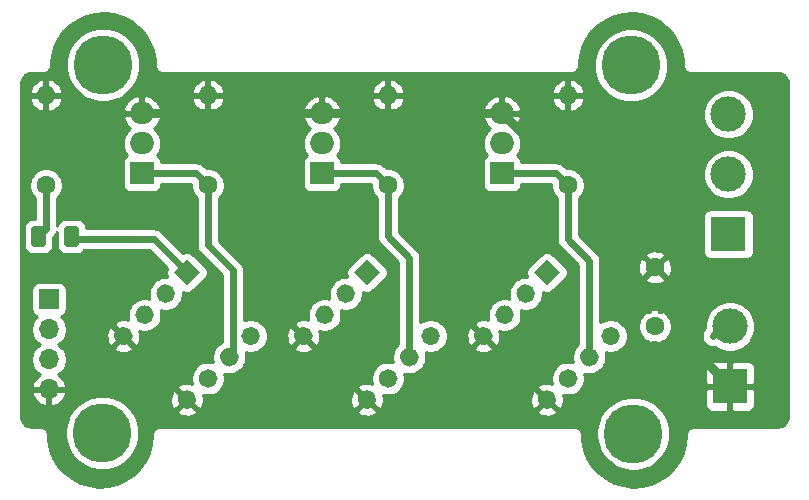
<source format=gbr>
%TF.GenerationSoftware,KiCad,Pcbnew,5.1.6-c6e7f7d~87~ubuntu18.04.1*%
%TF.CreationDate,2021-06-08T22:03:35+01:00*%
%TF.ProjectId,hp_led_driver,68705f6c-6564-45f6-9472-697665722e6b,rev?*%
%TF.SameCoordinates,Original*%
%TF.FileFunction,Copper,L1,Top*%
%TF.FilePolarity,Positive*%
%FSLAX46Y46*%
G04 Gerber Fmt 4.6, Leading zero omitted, Abs format (unit mm)*
G04 Created by KiCad (PCBNEW 5.1.6-c6e7f7d~87~ubuntu18.04.1) date 2021-06-08 22:03:35*
%MOMM*%
%LPD*%
G01*
G04 APERTURE LIST*
%TA.AperFunction,ComponentPad*%
%ADD10C,1.600000*%
%TD*%
%TA.AperFunction,ComponentPad*%
%ADD11C,0.100000*%
%TD*%
%TA.AperFunction,ComponentPad*%
%ADD12O,1.600000X1.600000*%
%TD*%
%TA.AperFunction,ComponentPad*%
%ADD13R,3.000000X3.000000*%
%TD*%
%TA.AperFunction,ComponentPad*%
%ADD14C,3.000000*%
%TD*%
%TA.AperFunction,ComponentPad*%
%ADD15R,1.700000X1.700000*%
%TD*%
%TA.AperFunction,ComponentPad*%
%ADD16O,1.700000X1.700000*%
%TD*%
%TA.AperFunction,ComponentPad*%
%ADD17R,2.000000X1.905000*%
%TD*%
%TA.AperFunction,ComponentPad*%
%ADD18O,2.000000X1.905000*%
%TD*%
%TA.AperFunction,ComponentPad*%
%ADD19C,5.000000*%
%TD*%
%TA.AperFunction,ViaPad*%
%ADD20C,0.600000*%
%TD*%
%TA.AperFunction,Conductor*%
%ADD21C,0.800000*%
%TD*%
%TA.AperFunction,Conductor*%
%ADD22C,0.600000*%
%TD*%
%TA.AperFunction,Conductor*%
%ADD23C,0.254000*%
%TD*%
G04 APERTURE END LIST*
D10*
%TO.P,C1,1*%
%TO.N,+5V*%
X199390000Y-96774000D03*
%TO.P,C1,2*%
%TO.N,GND*%
X199390000Y-91774000D03*
%TD*%
%TO.P,U2,8*%
%TO.N,+5V*%
%TA.AperFunction,ComponentPad*%
G36*
G01*
X179828469Y-97024469D02*
X179828469Y-97024469D01*
G75*
G02*
X180959839Y-97024469I565685J-565685D01*
G01*
X180959839Y-97024469D01*
G75*
G02*
X180959839Y-98155839I-565685J-565685D01*
G01*
X180959839Y-98155839D01*
G75*
G02*
X179828469Y-98155839I-565685J565685D01*
G01*
X179828469Y-98155839D01*
G75*
G02*
X179828469Y-97024469I565685J565685D01*
G01*
G37*
%TD.AperFunction*%
%TO.P,U2,4*%
%TO.N,GND*%
%TA.AperFunction,ComponentPad*%
G36*
G01*
X169052161Y-97024469D02*
X169052161Y-97024469D01*
G75*
G02*
X170183531Y-97024469I565685J-565685D01*
G01*
X170183531Y-97024469D01*
G75*
G02*
X170183531Y-98155839I-565685J-565685D01*
G01*
X170183531Y-98155839D01*
G75*
G02*
X169052161Y-98155839I-565685J565685D01*
G01*
X169052161Y-98155839D01*
G75*
G02*
X169052161Y-97024469I565685J565685D01*
G01*
G37*
%TD.AperFunction*%
%TO.P,U2,7*%
%TO.N,Net-(Q2-Pad1)*%
%TA.AperFunction,ComponentPad*%
G36*
G01*
X178032417Y-98820520D02*
X178032417Y-98820520D01*
G75*
G02*
X179163787Y-98820520I565685J-565685D01*
G01*
X179163787Y-98820520D01*
G75*
G02*
X179163787Y-99951890I-565685J-565685D01*
G01*
X179163787Y-99951890D01*
G75*
G02*
X178032417Y-99951890I-565685J565685D01*
G01*
X178032417Y-99951890D01*
G75*
G02*
X178032417Y-98820520I565685J565685D01*
G01*
G37*
%TD.AperFunction*%
%TO.P,U2,3*%
%TO.N,Net-(U2-Pad3)*%
%TA.AperFunction,ComponentPad*%
G36*
G01*
X170848213Y-95228417D02*
X170848213Y-95228417D01*
G75*
G02*
X171979583Y-95228417I565685J-565685D01*
G01*
X171979583Y-95228417D01*
G75*
G02*
X171979583Y-96359787I-565685J-565685D01*
G01*
X171979583Y-96359787D01*
G75*
G02*
X170848213Y-96359787I-565685J565685D01*
G01*
X170848213Y-96359787D01*
G75*
G02*
X170848213Y-95228417I565685J565685D01*
G01*
G37*
%TD.AperFunction*%
%TO.P,U2,6*%
%TO.N,Net-(Q2-Pad1)*%
%TA.AperFunction,ComponentPad*%
G36*
G01*
X176236366Y-100616571D02*
X176236366Y-100616571D01*
G75*
G02*
X177367736Y-100616571I565685J-565685D01*
G01*
X177367736Y-100616571D01*
G75*
G02*
X177367736Y-101747941I-565685J-565685D01*
G01*
X177367736Y-101747941D01*
G75*
G02*
X176236366Y-101747941I-565685J565685D01*
G01*
X176236366Y-101747941D01*
G75*
G02*
X176236366Y-100616571I565685J565685D01*
G01*
G37*
%TD.AperFunction*%
%TO.P,U2,2*%
%TO.N,gpio_b*%
%TA.AperFunction,ComponentPad*%
G36*
G01*
X172644264Y-93432366D02*
X172644264Y-93432366D01*
G75*
G02*
X173775634Y-93432366I565685J-565685D01*
G01*
X173775634Y-93432366D01*
G75*
G02*
X173775634Y-94563736I-565685J-565685D01*
G01*
X173775634Y-94563736D01*
G75*
G02*
X172644264Y-94563736I-565685J565685D01*
G01*
X172644264Y-94563736D01*
G75*
G02*
X172644264Y-93432366I565685J565685D01*
G01*
G37*
%TD.AperFunction*%
%TO.P,U2,5*%
%TO.N,GND*%
%TA.AperFunction,ComponentPad*%
G36*
G01*
X174440315Y-102412622D02*
X174440315Y-102412622D01*
G75*
G02*
X175571685Y-102412622I565685J-565685D01*
G01*
X175571685Y-102412622D01*
G75*
G02*
X175571685Y-103543992I-565685J-565685D01*
G01*
X175571685Y-103543992D01*
G75*
G02*
X174440315Y-103543992I-565685J565685D01*
G01*
X174440315Y-103543992D01*
G75*
G02*
X174440315Y-102412622I565685J565685D01*
G01*
G37*
%TD.AperFunction*%
%TA.AperFunction,ComponentPad*%
D11*
%TO.P,U2,1*%
%TO.N,+5V*%
G36*
X173874629Y-92202000D02*
G01*
X175006000Y-91070629D01*
X176137371Y-92202000D01*
X175006000Y-93333371D01*
X173874629Y-92202000D01*
G37*
%TD.AperFunction*%
%TD*%
D12*
%TO.P,R3,2*%
%TO.N,GND*%
X161544000Y-77216000D03*
D10*
%TO.P,R3,1*%
%TO.N,Net-(Q3-Pad1)*%
X161544000Y-84836000D03*
%TD*%
D12*
%TO.P,R2,2*%
%TO.N,GND*%
X176784000Y-77216000D03*
D10*
%TO.P,R2,1*%
%TO.N,Net-(Q2-Pad1)*%
X176784000Y-84836000D03*
%TD*%
D12*
%TO.P,R1,2*%
%TO.N,GND*%
X192024000Y-77216000D03*
D10*
%TO.P,R1,1*%
%TO.N,Net-(Q1-Pad1)*%
X192024000Y-84836000D03*
%TD*%
D13*
%TO.P,J1,1*%
%TO.N,gate_c*%
X205613000Y-88963500D03*
D14*
%TO.P,J1,2*%
%TO.N,gate_b*%
X205613000Y-83883500D03*
%TO.P,J1,3*%
%TO.N,gate_a*%
X205613000Y-78803500D03*
%TD*%
D15*
%TO.P,J2,1*%
%TO.N,gpio_a*%
X148082000Y-94488000D03*
D16*
%TO.P,J2,2*%
%TO.N,gpio_b*%
X148082000Y-97028000D03*
%TO.P,J2,3*%
%TO.N,gpio_c*%
X148082000Y-99568000D03*
%TO.P,J2,4*%
%TO.N,GND*%
X148082000Y-102108000D03*
%TD*%
D13*
%TO.P,J3,1*%
%TO.N,GND*%
X205740000Y-101854000D03*
D14*
%TO.P,J3,2*%
%TO.N,+5V*%
X205740000Y-96774000D03*
%TD*%
D17*
%TO.P,Q1,1*%
%TO.N,Net-(Q1-Pad1)*%
X186436000Y-83820000D03*
D18*
%TO.P,Q1,2*%
%TO.N,gate_a*%
X186436000Y-81280000D03*
%TO.P,Q1,3*%
%TO.N,GND*%
X186436000Y-78740000D03*
%TD*%
%TO.P,Q2,3*%
%TO.N,GND*%
X171196000Y-78740000D03*
%TO.P,Q2,2*%
%TO.N,gate_b*%
X171196000Y-81280000D03*
D17*
%TO.P,Q2,1*%
%TO.N,Net-(Q2-Pad1)*%
X171196000Y-83820000D03*
%TD*%
%TO.P,Q3,1*%
%TO.N,Net-(Q3-Pad1)*%
X155956000Y-83820000D03*
D18*
%TO.P,Q3,2*%
%TO.N,gate_c*%
X155956000Y-81280000D03*
%TO.P,Q3,3*%
%TO.N,GND*%
X155956000Y-78740000D03*
%TD*%
%TA.AperFunction,ComponentPad*%
D11*
%TO.P,U1,1*%
%TO.N,+5V*%
G36*
X189114629Y-92202000D02*
G01*
X190246000Y-91070629D01*
X191377371Y-92202000D01*
X190246000Y-93333371D01*
X189114629Y-92202000D01*
G37*
%TD.AperFunction*%
%TO.P,U1,5*%
%TO.N,GND*%
%TA.AperFunction,ComponentPad*%
G36*
G01*
X189680315Y-102412622D02*
X189680315Y-102412622D01*
G75*
G02*
X190811685Y-102412622I565685J-565685D01*
G01*
X190811685Y-102412622D01*
G75*
G02*
X190811685Y-103543992I-565685J-565685D01*
G01*
X190811685Y-103543992D01*
G75*
G02*
X189680315Y-103543992I-565685J565685D01*
G01*
X189680315Y-103543992D01*
G75*
G02*
X189680315Y-102412622I565685J565685D01*
G01*
G37*
%TD.AperFunction*%
%TO.P,U1,2*%
%TO.N,gpio_a*%
%TA.AperFunction,ComponentPad*%
G36*
G01*
X187884264Y-93432366D02*
X187884264Y-93432366D01*
G75*
G02*
X189015634Y-93432366I565685J-565685D01*
G01*
X189015634Y-93432366D01*
G75*
G02*
X189015634Y-94563736I-565685J-565685D01*
G01*
X189015634Y-94563736D01*
G75*
G02*
X187884264Y-94563736I-565685J565685D01*
G01*
X187884264Y-94563736D01*
G75*
G02*
X187884264Y-93432366I565685J565685D01*
G01*
G37*
%TD.AperFunction*%
%TO.P,U1,6*%
%TO.N,Net-(Q1-Pad1)*%
%TA.AperFunction,ComponentPad*%
G36*
G01*
X191476366Y-100616571D02*
X191476366Y-100616571D01*
G75*
G02*
X192607736Y-100616571I565685J-565685D01*
G01*
X192607736Y-100616571D01*
G75*
G02*
X192607736Y-101747941I-565685J-565685D01*
G01*
X192607736Y-101747941D01*
G75*
G02*
X191476366Y-101747941I-565685J565685D01*
G01*
X191476366Y-101747941D01*
G75*
G02*
X191476366Y-100616571I565685J565685D01*
G01*
G37*
%TD.AperFunction*%
%TO.P,U1,3*%
%TO.N,Net-(U1-Pad3)*%
%TA.AperFunction,ComponentPad*%
G36*
G01*
X186088213Y-95228417D02*
X186088213Y-95228417D01*
G75*
G02*
X187219583Y-95228417I565685J-565685D01*
G01*
X187219583Y-95228417D01*
G75*
G02*
X187219583Y-96359787I-565685J-565685D01*
G01*
X187219583Y-96359787D01*
G75*
G02*
X186088213Y-96359787I-565685J565685D01*
G01*
X186088213Y-96359787D01*
G75*
G02*
X186088213Y-95228417I565685J565685D01*
G01*
G37*
%TD.AperFunction*%
%TO.P,U1,7*%
%TO.N,Net-(Q1-Pad1)*%
%TA.AperFunction,ComponentPad*%
G36*
G01*
X193272417Y-98820520D02*
X193272417Y-98820520D01*
G75*
G02*
X194403787Y-98820520I565685J-565685D01*
G01*
X194403787Y-98820520D01*
G75*
G02*
X194403787Y-99951890I-565685J-565685D01*
G01*
X194403787Y-99951890D01*
G75*
G02*
X193272417Y-99951890I-565685J565685D01*
G01*
X193272417Y-99951890D01*
G75*
G02*
X193272417Y-98820520I565685J565685D01*
G01*
G37*
%TD.AperFunction*%
%TO.P,U1,4*%
%TO.N,GND*%
%TA.AperFunction,ComponentPad*%
G36*
G01*
X184292161Y-97024469D02*
X184292161Y-97024469D01*
G75*
G02*
X185423531Y-97024469I565685J-565685D01*
G01*
X185423531Y-97024469D01*
G75*
G02*
X185423531Y-98155839I-565685J-565685D01*
G01*
X185423531Y-98155839D01*
G75*
G02*
X184292161Y-98155839I-565685J565685D01*
G01*
X184292161Y-98155839D01*
G75*
G02*
X184292161Y-97024469I565685J565685D01*
G01*
G37*
%TD.AperFunction*%
%TO.P,U1,8*%
%TO.N,+5V*%
%TA.AperFunction,ComponentPad*%
G36*
G01*
X195068469Y-97024469D02*
X195068469Y-97024469D01*
G75*
G02*
X196199839Y-97024469I565685J-565685D01*
G01*
X196199839Y-97024469D01*
G75*
G02*
X196199839Y-98155839I-565685J-565685D01*
G01*
X196199839Y-98155839D01*
G75*
G02*
X195068469Y-98155839I-565685J565685D01*
G01*
X195068469Y-98155839D01*
G75*
G02*
X195068469Y-97024469I565685J565685D01*
G01*
G37*
%TD.AperFunction*%
%TD*%
%TA.AperFunction,ComponentPad*%
%TO.P,U3,1*%
%TO.N,+5V*%
G36*
X158634629Y-92202000D02*
G01*
X159766000Y-91070629D01*
X160897371Y-92202000D01*
X159766000Y-93333371D01*
X158634629Y-92202000D01*
G37*
%TD.AperFunction*%
%TO.P,U3,5*%
%TO.N,GND*%
%TA.AperFunction,ComponentPad*%
G36*
G01*
X159200315Y-102412622D02*
X159200315Y-102412622D01*
G75*
G02*
X160331685Y-102412622I565685J-565685D01*
G01*
X160331685Y-102412622D01*
G75*
G02*
X160331685Y-103543992I-565685J-565685D01*
G01*
X160331685Y-103543992D01*
G75*
G02*
X159200315Y-103543992I-565685J565685D01*
G01*
X159200315Y-103543992D01*
G75*
G02*
X159200315Y-102412622I565685J565685D01*
G01*
G37*
%TD.AperFunction*%
%TO.P,U3,2*%
%TO.N,gpio_c*%
%TA.AperFunction,ComponentPad*%
G36*
G01*
X157404264Y-93432366D02*
X157404264Y-93432366D01*
G75*
G02*
X158535634Y-93432366I565685J-565685D01*
G01*
X158535634Y-93432366D01*
G75*
G02*
X158535634Y-94563736I-565685J-565685D01*
G01*
X158535634Y-94563736D01*
G75*
G02*
X157404264Y-94563736I-565685J565685D01*
G01*
X157404264Y-94563736D01*
G75*
G02*
X157404264Y-93432366I565685J565685D01*
G01*
G37*
%TD.AperFunction*%
%TO.P,U3,6*%
%TO.N,Net-(Q3-Pad1)*%
%TA.AperFunction,ComponentPad*%
G36*
G01*
X160996366Y-100616571D02*
X160996366Y-100616571D01*
G75*
G02*
X162127736Y-100616571I565685J-565685D01*
G01*
X162127736Y-100616571D01*
G75*
G02*
X162127736Y-101747941I-565685J-565685D01*
G01*
X162127736Y-101747941D01*
G75*
G02*
X160996366Y-101747941I-565685J565685D01*
G01*
X160996366Y-101747941D01*
G75*
G02*
X160996366Y-100616571I565685J565685D01*
G01*
G37*
%TD.AperFunction*%
%TO.P,U3,3*%
%TO.N,Net-(U3-Pad3)*%
%TA.AperFunction,ComponentPad*%
G36*
G01*
X155608213Y-95228417D02*
X155608213Y-95228417D01*
G75*
G02*
X156739583Y-95228417I565685J-565685D01*
G01*
X156739583Y-95228417D01*
G75*
G02*
X156739583Y-96359787I-565685J-565685D01*
G01*
X156739583Y-96359787D01*
G75*
G02*
X155608213Y-96359787I-565685J565685D01*
G01*
X155608213Y-96359787D01*
G75*
G02*
X155608213Y-95228417I565685J565685D01*
G01*
G37*
%TD.AperFunction*%
%TO.P,U3,7*%
%TO.N,Net-(Q3-Pad1)*%
%TA.AperFunction,ComponentPad*%
G36*
G01*
X162792417Y-98820520D02*
X162792417Y-98820520D01*
G75*
G02*
X163923787Y-98820520I565685J-565685D01*
G01*
X163923787Y-98820520D01*
G75*
G02*
X163923787Y-99951890I-565685J-565685D01*
G01*
X163923787Y-99951890D01*
G75*
G02*
X162792417Y-99951890I-565685J565685D01*
G01*
X162792417Y-99951890D01*
G75*
G02*
X162792417Y-98820520I565685J565685D01*
G01*
G37*
%TD.AperFunction*%
%TO.P,U3,4*%
%TO.N,GND*%
%TA.AperFunction,ComponentPad*%
G36*
G01*
X153812161Y-97024469D02*
X153812161Y-97024469D01*
G75*
G02*
X154943531Y-97024469I565685J-565685D01*
G01*
X154943531Y-97024469D01*
G75*
G02*
X154943531Y-98155839I-565685J-565685D01*
G01*
X154943531Y-98155839D01*
G75*
G02*
X153812161Y-98155839I-565685J565685D01*
G01*
X153812161Y-98155839D01*
G75*
G02*
X153812161Y-97024469I565685J565685D01*
G01*
G37*
%TD.AperFunction*%
%TO.P,U3,8*%
%TO.N,+5V*%
%TA.AperFunction,ComponentPad*%
G36*
G01*
X164588469Y-97024469D02*
X164588469Y-97024469D01*
G75*
G02*
X165719839Y-97024469I565685J-565685D01*
G01*
X165719839Y-97024469D01*
G75*
G02*
X165719839Y-98155839I-565685J-565685D01*
G01*
X165719839Y-98155839D01*
G75*
G02*
X164588469Y-98155839I-565685J565685D01*
G01*
X164588469Y-98155839D01*
G75*
G02*
X164588469Y-97024469I565685J565685D01*
G01*
G37*
%TD.AperFunction*%
%TD*%
D10*
%TO.P,R4,1*%
%TO.N,Net-(D1-Pad1)*%
X147828000Y-84836000D03*
D12*
%TO.P,R4,2*%
%TO.N,GND*%
X147828000Y-77216000D03*
%TD*%
%TO.P,D1,1*%
%TO.N,Net-(D1-Pad1)*%
%TA.AperFunction,SMDPad,CuDef*%
G36*
G01*
X146565000Y-89779000D02*
X146565000Y-88529000D01*
G75*
G02*
X146815000Y-88279000I250000J0D01*
G01*
X147565000Y-88279000D01*
G75*
G02*
X147815000Y-88529000I0J-250000D01*
G01*
X147815000Y-89779000D01*
G75*
G02*
X147565000Y-90029000I-250000J0D01*
G01*
X146815000Y-90029000D01*
G75*
G02*
X146565000Y-89779000I0J250000D01*
G01*
G37*
%TD.AperFunction*%
%TO.P,D1,2*%
%TO.N,+5V*%
%TA.AperFunction,SMDPad,CuDef*%
G36*
G01*
X149365000Y-89779000D02*
X149365000Y-88529000D01*
G75*
G02*
X149615000Y-88279000I250000J0D01*
G01*
X150365000Y-88279000D01*
G75*
G02*
X150615000Y-88529000I0J-250000D01*
G01*
X150615000Y-89779000D01*
G75*
G02*
X150365000Y-90029000I-250000J0D01*
G01*
X149615000Y-90029000D01*
G75*
G02*
X149365000Y-89779000I0J250000D01*
G01*
G37*
%TD.AperFunction*%
%TD*%
D19*
%TO.P,H1,1*%
%TO.N,N/C*%
X152590500Y-105791000D03*
%TD*%
%TO.P,H2,1*%
%TO.N,N/C*%
X197358000Y-74676000D03*
%TD*%
%TO.P,H3,1*%
%TO.N,N/C*%
X152654000Y-74612500D03*
%TD*%
%TO.P,H4,1*%
%TO.N,N/C*%
X197548500Y-105854500D03*
%TD*%
D20*
%TO.N,GND*%
X195834000Y-79756000D03*
X196850000Y-79756000D03*
X197866000Y-79756000D03*
X198882000Y-79756000D03*
X199898000Y-79756000D03*
X200914000Y-79756000D03*
X201930000Y-79756000D03*
X196342000Y-78994000D03*
X197358000Y-78994000D03*
X198374000Y-78994000D03*
X199390000Y-78994000D03*
X200406000Y-78994000D03*
X201422000Y-78994000D03*
X200914000Y-78232000D03*
X197866000Y-78232000D03*
X195834000Y-78232000D03*
X196850000Y-78232000D03*
X199898000Y-78232000D03*
X198882000Y-78232000D03*
X201676000Y-83820000D03*
X198628000Y-83820000D03*
X197104000Y-84582000D03*
X199136000Y-84582000D03*
X201168000Y-83058000D03*
X201168000Y-84582000D03*
X196088000Y-84582000D03*
X200152000Y-84582000D03*
X197104000Y-83058000D03*
X198120000Y-83058000D03*
X196088000Y-83058000D03*
X196596000Y-83820000D03*
X199136000Y-83058000D03*
X197612000Y-83820000D03*
X200660000Y-83820000D03*
X200152000Y-83058000D03*
X202184000Y-84582000D03*
X199644000Y-83820000D03*
X198120000Y-84582000D03*
X202184000Y-83058000D03*
X202692000Y-83820000D03*
X203200000Y-83058000D03*
X203200000Y-84582000D03*
X194564000Y-83820000D03*
X194056000Y-83058000D03*
X195072000Y-84582000D03*
X194056000Y-84582000D03*
X195580000Y-83820000D03*
X195072000Y-83058000D03*
X196342000Y-89916000D03*
X201930000Y-90678000D03*
X195834000Y-89154000D03*
X196850000Y-90678000D03*
X195834000Y-90678000D03*
X195326000Y-89916000D03*
X193802000Y-89154000D03*
X197358000Y-89916000D03*
X202438000Y-89916000D03*
X196850000Y-89154000D03*
X201930000Y-89154000D03*
X202946000Y-90678000D03*
X197866000Y-89154000D03*
X201422000Y-89916000D03*
X202946000Y-89154000D03*
X194818000Y-89154000D03*
X198882000Y-89154000D03*
X200914000Y-89154000D03*
X199898000Y-89154000D03*
X196850000Y-92456000D03*
X195326000Y-93218000D03*
X202438000Y-93218000D03*
X196342000Y-91694000D03*
X197358000Y-93218000D03*
X196342000Y-93218000D03*
X201422000Y-93218000D03*
X195834000Y-92456000D03*
X202946000Y-92456000D03*
X202438000Y-91694000D03*
X203454000Y-93218000D03*
X201930000Y-92456000D03*
X203454000Y-91694000D03*
X195326000Y-91694000D03*
X197358000Y-94742000D03*
X195834000Y-95504000D03*
X199390000Y-94742000D03*
X199898000Y-95504000D03*
X202946000Y-95504000D03*
X201422000Y-94742000D03*
X196850000Y-93980000D03*
X195326000Y-94742000D03*
X197866000Y-95504000D03*
X196850000Y-95504000D03*
X201930000Y-95504000D03*
X196342000Y-94742000D03*
X198374000Y-94742000D03*
X203454000Y-94742000D03*
X197866000Y-93980000D03*
X202946000Y-93980000D03*
X198882000Y-93980000D03*
X200406000Y-94742000D03*
X202438000Y-94742000D03*
X198882000Y-95504000D03*
X203962000Y-93980000D03*
X195834000Y-93980000D03*
X199898000Y-93980000D03*
X201930000Y-93980000D03*
X200914000Y-95504000D03*
X200914000Y-93980000D03*
X194310000Y-89916000D03*
X196850000Y-99060000D03*
X198882000Y-99060000D03*
X199390000Y-99822000D03*
X202438000Y-99822000D03*
X200914000Y-99060000D03*
X197358000Y-99822000D03*
X196342000Y-99822000D03*
X201422000Y-99822000D03*
X197866000Y-99060000D03*
X202946000Y-99060000D03*
X197358000Y-98298000D03*
X202438000Y-98298000D03*
X203454000Y-99822000D03*
X198374000Y-98298000D03*
X199898000Y-99060000D03*
X201930000Y-99060000D03*
X198374000Y-99822000D03*
X203454000Y-98298000D03*
X199390000Y-98298000D03*
X201422000Y-98298000D03*
X200406000Y-99822000D03*
X200406000Y-98298000D03*
X198882000Y-100584000D03*
X196850000Y-102108000D03*
X199898000Y-102108000D03*
X202946000Y-100584000D03*
X196850000Y-100584000D03*
X201422000Y-101346000D03*
X201930000Y-100584000D03*
X200406000Y-101346000D03*
X197866000Y-102108000D03*
X198882000Y-102108000D03*
X195834000Y-102108000D03*
X198374000Y-101346000D03*
X202438000Y-101346000D03*
X196342000Y-101346000D03*
X200914000Y-100584000D03*
X197866000Y-100584000D03*
X202946000Y-102108000D03*
X199898000Y-100584000D03*
X201930000Y-102108000D03*
X200914000Y-102108000D03*
X199390000Y-101346000D03*
X197358000Y-101346000D03*
X203454000Y-101346000D03*
X203962000Y-99060000D03*
X195834000Y-100584000D03*
X195326000Y-101346000D03*
X194818000Y-102108000D03*
X195326000Y-102870000D03*
X199390000Y-102870000D03*
X200406000Y-102870000D03*
X201422000Y-102870000D03*
X202438000Y-102870000D03*
X203454000Y-102870000D03*
X194818000Y-79756000D03*
X193802000Y-79756000D03*
X194818000Y-78232000D03*
X193802000Y-78232000D03*
X194310000Y-78994000D03*
X195326000Y-78994000D03*
X201930000Y-78232000D03*
X202438000Y-78994000D03*
X202946000Y-78232000D03*
X202946000Y-79756000D03*
%TD*%
D21*
%TO.N,GND*%
X169617846Y-97590154D02*
X169617847Y-97590154D01*
X155956000Y-78740000D02*
X171196000Y-78740000D01*
X171196000Y-78740000D02*
X186436000Y-78740000D01*
X202946000Y-96520000D02*
X202946000Y-99060000D01*
X201168000Y-94742000D02*
X202946000Y-96520000D01*
X202946000Y-99060000D02*
X205740000Y-101854000D01*
X188699501Y-81003501D02*
X193271501Y-81003501D01*
X186436000Y-78740000D02*
X188699501Y-81003501D01*
X193271501Y-81003501D02*
X197104000Y-84836000D01*
X197104000Y-84836000D02*
X197104000Y-93726000D01*
X197104000Y-93726000D02*
X198120000Y-94742000D01*
X198120000Y-94742000D02*
X201168000Y-94742000D01*
D22*
%TO.N,+5V*%
X190100308Y-92056308D02*
X190246000Y-92202000D01*
X205086308Y-96774000D02*
X204270154Y-97590154D01*
X205740000Y-96774000D02*
X205086308Y-96774000D01*
X159766000Y-92202000D02*
X156972000Y-89408000D01*
X150244000Y-89408000D02*
X149990000Y-89154000D01*
X156972000Y-89408000D02*
X150244000Y-89408000D01*
%TO.N,Net-(Q1-Pad1)*%
X191008000Y-83820000D02*
X192024000Y-84836000D01*
X186436000Y-83820000D02*
X191008000Y-83820000D01*
X192024000Y-84836000D02*
X192024000Y-89408000D01*
X193838102Y-91222102D02*
X193838102Y-99386205D01*
X192024000Y-89408000D02*
X193838102Y-91222102D01*
%TO.N,Net-(Q2-Pad1)*%
X175768000Y-83820000D02*
X176784000Y-84836000D01*
X171196000Y-83820000D02*
X175768000Y-83820000D01*
X176784000Y-84836000D02*
X176784000Y-89154000D01*
X178598102Y-90968102D02*
X178598102Y-99386205D01*
X176784000Y-89154000D02*
X178598102Y-90968102D01*
%TO.N,Net-(Q3-Pad1)*%
X160528000Y-83820000D02*
X161544000Y-84836000D01*
X155956000Y-83820000D02*
X160528000Y-83820000D01*
X161544000Y-84836000D02*
X161544000Y-89916000D01*
X163654153Y-92026153D02*
X163654153Y-99090154D01*
X163654153Y-99090154D02*
X163358102Y-99386205D01*
X161544000Y-89916000D02*
X163654153Y-92026153D01*
%TO.N,Net-(D1-Pad1)*%
X147828000Y-88516000D02*
X147190000Y-89154000D01*
X147828000Y-84836000D02*
X147828000Y-88516000D01*
%TD*%
D23*
%TO.N,GND*%
G36*
X198276428Y-70355154D02*
G01*
X199027065Y-70586080D01*
X199724947Y-70946284D01*
X200348019Y-71424384D01*
X200876571Y-72005256D01*
X201293912Y-72670554D01*
X201586841Y-73399238D01*
X201748218Y-74178496D01*
X201776129Y-74662574D01*
X201774807Y-74676000D01*
X201787550Y-74805383D01*
X201825290Y-74929793D01*
X201886575Y-75044450D01*
X201969052Y-75144948D01*
X202069550Y-75227425D01*
X202184207Y-75288710D01*
X202308617Y-75326450D01*
X202405581Y-75336000D01*
X209771723Y-75336000D01*
X209971200Y-75355559D01*
X210132041Y-75404120D01*
X210280378Y-75482992D01*
X210410574Y-75589176D01*
X210517664Y-75718626D01*
X210597572Y-75866414D01*
X210647252Y-76026902D01*
X210668000Y-76224306D01*
X210668001Y-104361713D01*
X210648441Y-104561204D01*
X210599881Y-104722040D01*
X210521008Y-104870378D01*
X210414822Y-105000575D01*
X210285372Y-105107665D01*
X210137586Y-105187572D01*
X209977094Y-105237253D01*
X209779695Y-105258000D01*
X202659581Y-105258000D01*
X202562617Y-105267550D01*
X202438207Y-105305290D01*
X202323550Y-105366575D01*
X202223052Y-105449052D01*
X202140575Y-105549550D01*
X202079290Y-105664207D01*
X202041550Y-105788617D01*
X202028807Y-105918000D01*
X202029106Y-105921035D01*
X201959563Y-106700249D01*
X201752328Y-107457774D01*
X201414221Y-108166627D01*
X200955928Y-108804410D01*
X200391945Y-109350946D01*
X199740085Y-109788978D01*
X199020963Y-110104651D01*
X198257308Y-110287987D01*
X197473245Y-110333196D01*
X196693577Y-110238847D01*
X195942936Y-110007921D01*
X195245050Y-109647714D01*
X194621984Y-109169618D01*
X194093427Y-108588743D01*
X193676088Y-107923446D01*
X193383159Y-107194762D01*
X193221782Y-106415504D01*
X193193871Y-105931426D01*
X193195193Y-105918000D01*
X193182450Y-105788617D01*
X193144710Y-105664207D01*
X193083425Y-105549550D01*
X193080290Y-105545729D01*
X194413500Y-105545729D01*
X194413500Y-106163271D01*
X194533976Y-106768946D01*
X194770299Y-107339479D01*
X195113386Y-107852946D01*
X195550054Y-108289614D01*
X196063521Y-108632701D01*
X196634054Y-108869024D01*
X197239729Y-108989500D01*
X197857271Y-108989500D01*
X198462946Y-108869024D01*
X199033479Y-108632701D01*
X199546946Y-108289614D01*
X199983614Y-107852946D01*
X200326701Y-107339479D01*
X200563024Y-106768946D01*
X200683500Y-106163271D01*
X200683500Y-105545729D01*
X200563024Y-104940054D01*
X200326701Y-104369521D01*
X199983614Y-103856054D01*
X199546946Y-103419386D01*
X199449089Y-103354000D01*
X203601928Y-103354000D01*
X203614188Y-103478482D01*
X203650498Y-103598180D01*
X203709463Y-103708494D01*
X203788815Y-103805185D01*
X203885506Y-103884537D01*
X203995820Y-103943502D01*
X204115518Y-103979812D01*
X204240000Y-103992072D01*
X205454250Y-103989000D01*
X205613000Y-103830250D01*
X205613000Y-101981000D01*
X205867000Y-101981000D01*
X205867000Y-103830250D01*
X206025750Y-103989000D01*
X207240000Y-103992072D01*
X207364482Y-103979812D01*
X207484180Y-103943502D01*
X207594494Y-103884537D01*
X207691185Y-103805185D01*
X207770537Y-103708494D01*
X207829502Y-103598180D01*
X207865812Y-103478482D01*
X207878072Y-103354000D01*
X207875000Y-102139750D01*
X207716250Y-101981000D01*
X205867000Y-101981000D01*
X205613000Y-101981000D01*
X203763750Y-101981000D01*
X203605000Y-102139750D01*
X203601928Y-103354000D01*
X199449089Y-103354000D01*
X199033479Y-103076299D01*
X198462946Y-102839976D01*
X197857271Y-102719500D01*
X197239729Y-102719500D01*
X196634054Y-102839976D01*
X196063521Y-103076299D01*
X195550054Y-103419386D01*
X195113386Y-103856054D01*
X194770299Y-104369521D01*
X194533976Y-104940054D01*
X194413500Y-105545729D01*
X193080290Y-105545729D01*
X193000948Y-105449052D01*
X192900450Y-105366575D01*
X192785793Y-105305290D01*
X192661383Y-105267550D01*
X192564419Y-105258000D01*
X157447581Y-105258000D01*
X157350617Y-105267550D01*
X157226207Y-105305290D01*
X157111550Y-105366575D01*
X157011052Y-105449052D01*
X156928575Y-105549550D01*
X156867290Y-105664207D01*
X156829550Y-105788617D01*
X156816807Y-105918000D01*
X156817106Y-105921035D01*
X156747563Y-106700249D01*
X156540328Y-107457774D01*
X156202221Y-108166627D01*
X155743928Y-108804410D01*
X155179945Y-109350946D01*
X154528085Y-109788978D01*
X153808963Y-110104651D01*
X153045308Y-110287987D01*
X152261245Y-110333196D01*
X151481577Y-110238847D01*
X150730936Y-110007921D01*
X150033050Y-109647714D01*
X149409984Y-109169618D01*
X148881427Y-108588743D01*
X148464088Y-107923446D01*
X148171159Y-107194762D01*
X148009782Y-106415504D01*
X147981871Y-105931426D01*
X147983193Y-105918000D01*
X147970450Y-105788617D01*
X147932710Y-105664207D01*
X147871425Y-105549550D01*
X147816176Y-105482229D01*
X149455500Y-105482229D01*
X149455500Y-106099771D01*
X149575976Y-106705446D01*
X149812299Y-107275979D01*
X150155386Y-107789446D01*
X150592054Y-108226114D01*
X151105521Y-108569201D01*
X151676054Y-108805524D01*
X152281729Y-108926000D01*
X152899271Y-108926000D01*
X153504946Y-108805524D01*
X154075479Y-108569201D01*
X154588946Y-108226114D01*
X155025614Y-107789446D01*
X155368701Y-107275979D01*
X155605024Y-106705446D01*
X155725500Y-106099771D01*
X155725500Y-105482229D01*
X155605024Y-104876554D01*
X155368701Y-104306021D01*
X155141892Y-103966576D01*
X158957336Y-103966576D01*
X159028580Y-104209344D01*
X159282912Y-104329553D01*
X159555810Y-104397835D01*
X159836785Y-104411565D01*
X160115040Y-104370216D01*
X160379881Y-104275376D01*
X160503417Y-104209340D01*
X160574017Y-103966576D01*
X174197336Y-103966576D01*
X174268580Y-104209344D01*
X174522912Y-104329553D01*
X174795810Y-104397835D01*
X175076785Y-104411565D01*
X175355040Y-104370216D01*
X175619881Y-104275376D01*
X175743417Y-104209340D01*
X175814017Y-103966576D01*
X189437336Y-103966576D01*
X189508580Y-104209344D01*
X189762912Y-104329553D01*
X190035810Y-104397835D01*
X190316785Y-104411565D01*
X190595040Y-104370216D01*
X190859881Y-104275376D01*
X190983417Y-104209340D01*
X191054163Y-103966075D01*
X190246000Y-103157912D01*
X189437336Y-103966576D01*
X175814017Y-103966576D01*
X175814163Y-103966075D01*
X175006000Y-103157912D01*
X174197336Y-103966576D01*
X160574017Y-103966576D01*
X160574163Y-103966075D01*
X159766000Y-103157912D01*
X158957336Y-103966576D01*
X155141892Y-103966576D01*
X155025614Y-103792554D01*
X154588946Y-103355886D01*
X154075479Y-103012799D01*
X153821319Y-102907522D01*
X158332742Y-102907522D01*
X158346472Y-103188497D01*
X158414754Y-103461395D01*
X158534963Y-103715727D01*
X158777731Y-103786971D01*
X159586395Y-102978307D01*
X158778232Y-102170144D01*
X158534967Y-102240890D01*
X158468931Y-102364426D01*
X158374091Y-102629267D01*
X158332742Y-102907522D01*
X153821319Y-102907522D01*
X153504946Y-102776476D01*
X152899271Y-102656000D01*
X152281729Y-102656000D01*
X151676054Y-102776476D01*
X151105521Y-103012799D01*
X150592054Y-103355886D01*
X150155386Y-103792554D01*
X149812299Y-104306021D01*
X149575976Y-104876554D01*
X149455500Y-105482229D01*
X147816176Y-105482229D01*
X147788948Y-105449052D01*
X147688450Y-105366575D01*
X147573793Y-105305290D01*
X147449383Y-105267550D01*
X147352419Y-105258000D01*
X146590277Y-105258000D01*
X146390796Y-105238441D01*
X146229960Y-105189881D01*
X146081622Y-105111008D01*
X145951425Y-105004822D01*
X145844335Y-104875372D01*
X145764428Y-104727586D01*
X145714747Y-104567094D01*
X145694000Y-104369695D01*
X145694000Y-102464890D01*
X146640524Y-102464890D01*
X146685175Y-102612099D01*
X146810359Y-102874920D01*
X146984412Y-103108269D01*
X147200645Y-103303178D01*
X147450748Y-103452157D01*
X147725109Y-103549481D01*
X147955000Y-103428814D01*
X147955000Y-102235000D01*
X148209000Y-102235000D01*
X148209000Y-103428814D01*
X148438891Y-103549481D01*
X148713252Y-103452157D01*
X148963355Y-103303178D01*
X149179588Y-103108269D01*
X149353641Y-102874920D01*
X149478825Y-102612099D01*
X149523476Y-102464890D01*
X149402155Y-102235000D01*
X148209000Y-102235000D01*
X147955000Y-102235000D01*
X146761845Y-102235000D01*
X146640524Y-102464890D01*
X145694000Y-102464890D01*
X145694000Y-93638000D01*
X146593928Y-93638000D01*
X146593928Y-95338000D01*
X146606188Y-95462482D01*
X146642498Y-95582180D01*
X146701463Y-95692494D01*
X146780815Y-95789185D01*
X146877506Y-95868537D01*
X146987820Y-95927502D01*
X147060380Y-95949513D01*
X146928525Y-96081368D01*
X146766010Y-96324589D01*
X146654068Y-96594842D01*
X146597000Y-96881740D01*
X146597000Y-97174260D01*
X146654068Y-97461158D01*
X146766010Y-97731411D01*
X146928525Y-97974632D01*
X147135368Y-98181475D01*
X147309760Y-98298000D01*
X147135368Y-98414525D01*
X146928525Y-98621368D01*
X146766010Y-98864589D01*
X146654068Y-99134842D01*
X146597000Y-99421740D01*
X146597000Y-99714260D01*
X146654068Y-100001158D01*
X146766010Y-100271411D01*
X146928525Y-100514632D01*
X147135368Y-100721475D01*
X147317534Y-100843195D01*
X147200645Y-100912822D01*
X146984412Y-101107731D01*
X146810359Y-101341080D01*
X146685175Y-101603901D01*
X146640524Y-101751110D01*
X146761845Y-101981000D01*
X147955000Y-101981000D01*
X147955000Y-101961000D01*
X148209000Y-101961000D01*
X148209000Y-101981000D01*
X149402155Y-101981000D01*
X149523476Y-101751110D01*
X149478825Y-101603901D01*
X149353641Y-101341080D01*
X149179588Y-101107731D01*
X148963355Y-100912822D01*
X148846466Y-100843195D01*
X149028632Y-100721475D01*
X149235475Y-100514632D01*
X149397990Y-100271411D01*
X149509932Y-100001158D01*
X149567000Y-99714260D01*
X149567000Y-99421740D01*
X149509932Y-99134842D01*
X149397990Y-98864589D01*
X149235475Y-98621368D01*
X149192530Y-98578423D01*
X153569182Y-98578423D01*
X153640426Y-98821191D01*
X153894758Y-98941400D01*
X154167656Y-99009682D01*
X154448631Y-99023412D01*
X154726886Y-98982063D01*
X154991727Y-98887223D01*
X155115263Y-98821187D01*
X155186009Y-98577922D01*
X154377846Y-97769759D01*
X153569182Y-98578423D01*
X149192530Y-98578423D01*
X149028632Y-98414525D01*
X148854240Y-98298000D01*
X149028632Y-98181475D01*
X149235475Y-97974632D01*
X149397990Y-97731411D01*
X149485820Y-97519369D01*
X152944588Y-97519369D01*
X152958318Y-97800344D01*
X153026600Y-98073242D01*
X153146809Y-98327574D01*
X153389577Y-98398818D01*
X154198241Y-97590154D01*
X153390078Y-96781991D01*
X153146813Y-96852737D01*
X153080777Y-96976273D01*
X152985937Y-97241114D01*
X152944588Y-97519369D01*
X149485820Y-97519369D01*
X149509932Y-97461158D01*
X149567000Y-97174260D01*
X149567000Y-96881740D01*
X149509932Y-96594842D01*
X149397990Y-96324589D01*
X149235475Y-96081368D01*
X149103620Y-95949513D01*
X149176180Y-95927502D01*
X149286494Y-95868537D01*
X149383185Y-95789185D01*
X149462537Y-95692494D01*
X149521502Y-95582180D01*
X149557812Y-95462482D01*
X149570072Y-95338000D01*
X149570072Y-93638000D01*
X149557812Y-93513518D01*
X149521502Y-93393820D01*
X149462537Y-93283506D01*
X149383185Y-93186815D01*
X149286494Y-93107463D01*
X149176180Y-93048498D01*
X149056482Y-93012188D01*
X148932000Y-92999928D01*
X147232000Y-92999928D01*
X147107518Y-93012188D01*
X146987820Y-93048498D01*
X146877506Y-93107463D01*
X146780815Y-93186815D01*
X146701463Y-93283506D01*
X146642498Y-93393820D01*
X146606188Y-93513518D01*
X146593928Y-93638000D01*
X145694000Y-93638000D01*
X145694000Y-88529000D01*
X145926928Y-88529000D01*
X145926928Y-89779000D01*
X145943992Y-89952254D01*
X145994528Y-90118850D01*
X146076595Y-90272386D01*
X146187038Y-90406962D01*
X146321614Y-90517405D01*
X146475150Y-90599472D01*
X146641746Y-90650008D01*
X146815000Y-90667072D01*
X147565000Y-90667072D01*
X147738254Y-90650008D01*
X147904850Y-90599472D01*
X148058386Y-90517405D01*
X148192962Y-90406962D01*
X148303405Y-90272386D01*
X148385472Y-90118850D01*
X148436008Y-89952254D01*
X148453072Y-89779000D01*
X148453072Y-89213218D01*
X148456664Y-89209626D01*
X148492344Y-89180344D01*
X148609186Y-89037972D01*
X148696007Y-88875540D01*
X148726928Y-88773607D01*
X148726928Y-89779000D01*
X148743992Y-89952254D01*
X148794528Y-90118850D01*
X148876595Y-90272386D01*
X148987038Y-90406962D01*
X149121614Y-90517405D01*
X149275150Y-90599472D01*
X149441746Y-90650008D01*
X149615000Y-90667072D01*
X150365000Y-90667072D01*
X150538254Y-90650008D01*
X150704850Y-90599472D01*
X150858386Y-90517405D01*
X150992962Y-90406962D01*
X151045454Y-90343000D01*
X156584711Y-90343000D01*
X158098911Y-91857200D01*
X158045127Y-91957820D01*
X158008817Y-92077518D01*
X157996557Y-92202000D01*
X158008817Y-92326482D01*
X158045127Y-92446180D01*
X158104092Y-92556494D01*
X158109473Y-92563051D01*
X157828614Y-92563051D01*
X157551375Y-92618198D01*
X157290222Y-92726371D01*
X157055190Y-92883414D01*
X156855312Y-93083292D01*
X156698269Y-93318324D01*
X156590096Y-93579477D01*
X156534949Y-93856716D01*
X156534949Y-94139386D01*
X156589506Y-94413659D01*
X156315233Y-94359102D01*
X156032563Y-94359102D01*
X155755324Y-94414249D01*
X155494171Y-94522422D01*
X155259139Y-94679465D01*
X155059261Y-94879343D01*
X154902218Y-95114375D01*
X154794045Y-95375528D01*
X154738898Y-95652767D01*
X154738898Y-95935437D01*
X154794045Y-96212676D01*
X154798433Y-96223270D01*
X154588036Y-96170626D01*
X154307061Y-96156896D01*
X154028806Y-96198245D01*
X153763965Y-96293085D01*
X153640429Y-96359121D01*
X153569683Y-96602386D01*
X154377846Y-97410549D01*
X154391989Y-97396407D01*
X154571594Y-97576012D01*
X154557451Y-97590154D01*
X155365614Y-98398317D01*
X155608879Y-98327571D01*
X155674915Y-98204035D01*
X155769755Y-97939194D01*
X155811104Y-97660939D01*
X155797374Y-97379964D01*
X155744730Y-97169567D01*
X155755324Y-97173955D01*
X156032563Y-97229102D01*
X156315233Y-97229102D01*
X156592472Y-97173955D01*
X156853625Y-97065782D01*
X157088657Y-96908739D01*
X157288535Y-96708861D01*
X157445578Y-96473829D01*
X157553751Y-96212676D01*
X157608898Y-95935437D01*
X157608898Y-95652767D01*
X157554341Y-95378494D01*
X157828614Y-95433051D01*
X158111284Y-95433051D01*
X158388523Y-95377904D01*
X158649676Y-95269731D01*
X158884708Y-95112688D01*
X159084586Y-94912810D01*
X159241629Y-94677778D01*
X159349802Y-94416625D01*
X159404949Y-94139386D01*
X159404949Y-93858527D01*
X159411506Y-93863908D01*
X159521820Y-93922873D01*
X159641518Y-93959183D01*
X159766000Y-93971443D01*
X159890482Y-93959183D01*
X160010180Y-93922873D01*
X160120494Y-93863908D01*
X160217185Y-93784556D01*
X161348556Y-92653185D01*
X161427908Y-92556494D01*
X161486873Y-92446180D01*
X161523183Y-92326482D01*
X161535443Y-92202000D01*
X161523183Y-92077518D01*
X161486873Y-91957820D01*
X161427908Y-91847506D01*
X161348556Y-91750815D01*
X160217185Y-90619444D01*
X160120494Y-90540092D01*
X160010180Y-90481127D01*
X159890482Y-90444817D01*
X159766000Y-90432557D01*
X159641518Y-90444817D01*
X159521820Y-90481127D01*
X159421200Y-90534911D01*
X157665630Y-88779341D01*
X157636344Y-88743656D01*
X157493972Y-88626814D01*
X157331540Y-88539993D01*
X157155292Y-88486529D01*
X157017932Y-88473000D01*
X156972000Y-88468476D01*
X156926068Y-88473000D01*
X151247556Y-88473000D01*
X151236008Y-88355746D01*
X151185472Y-88189150D01*
X151103405Y-88035614D01*
X150992962Y-87901038D01*
X150858386Y-87790595D01*
X150704850Y-87708528D01*
X150538254Y-87657992D01*
X150365000Y-87640928D01*
X149615000Y-87640928D01*
X149441746Y-87657992D01*
X149275150Y-87708528D01*
X149121614Y-87790595D01*
X148987038Y-87901038D01*
X148876595Y-88035614D01*
X148794528Y-88189150D01*
X148763000Y-88293085D01*
X148763000Y-85930396D01*
X148942637Y-85750759D01*
X149099680Y-85515727D01*
X149207853Y-85254574D01*
X149263000Y-84977335D01*
X149263000Y-84694665D01*
X149207853Y-84417426D01*
X149099680Y-84156273D01*
X148942637Y-83921241D01*
X148742759Y-83721363D01*
X148507727Y-83564320D01*
X148246574Y-83456147D01*
X147969335Y-83401000D01*
X147686665Y-83401000D01*
X147409426Y-83456147D01*
X147148273Y-83564320D01*
X146913241Y-83721363D01*
X146713363Y-83921241D01*
X146556320Y-84156273D01*
X146448147Y-84417426D01*
X146393000Y-84694665D01*
X146393000Y-84977335D01*
X146448147Y-85254574D01*
X146556320Y-85515727D01*
X146713363Y-85750759D01*
X146893000Y-85930396D01*
X146893001Y-87640928D01*
X146815000Y-87640928D01*
X146641746Y-87657992D01*
X146475150Y-87708528D01*
X146321614Y-87790595D01*
X146187038Y-87901038D01*
X146076595Y-88035614D01*
X145994528Y-88189150D01*
X145943992Y-88355746D01*
X145926928Y-88529000D01*
X145694000Y-88529000D01*
X145694000Y-81280000D01*
X154313319Y-81280000D01*
X154343970Y-81591204D01*
X154434745Y-81890449D01*
X154582155Y-82166235D01*
X154685446Y-82292095D01*
X154601506Y-82336963D01*
X154504815Y-82416315D01*
X154425463Y-82513006D01*
X154366498Y-82623320D01*
X154330188Y-82743018D01*
X154317928Y-82867500D01*
X154317928Y-84772500D01*
X154330188Y-84896982D01*
X154366498Y-85016680D01*
X154425463Y-85126994D01*
X154504815Y-85223685D01*
X154601506Y-85303037D01*
X154711820Y-85362002D01*
X154831518Y-85398312D01*
X154956000Y-85410572D01*
X156956000Y-85410572D01*
X157080482Y-85398312D01*
X157200180Y-85362002D01*
X157310494Y-85303037D01*
X157407185Y-85223685D01*
X157486537Y-85126994D01*
X157545502Y-85016680D01*
X157581812Y-84896982D01*
X157594072Y-84772500D01*
X157594072Y-84755000D01*
X160109000Y-84755000D01*
X160109000Y-84977335D01*
X160164147Y-85254574D01*
X160272320Y-85515727D01*
X160429363Y-85750759D01*
X160609000Y-85930396D01*
X160609001Y-89870058D01*
X160604476Y-89916000D01*
X160622529Y-90099291D01*
X160649799Y-90189186D01*
X160675994Y-90275540D01*
X160762815Y-90437972D01*
X160879657Y-90580344D01*
X160915336Y-90609625D01*
X162719153Y-92413443D01*
X162719154Y-98097634D01*
X162678375Y-98114525D01*
X162443343Y-98271568D01*
X162243465Y-98471446D01*
X162086422Y-98706478D01*
X161978249Y-98967631D01*
X161923102Y-99244870D01*
X161923102Y-99527540D01*
X161977659Y-99801813D01*
X161703386Y-99747256D01*
X161420716Y-99747256D01*
X161143477Y-99802403D01*
X160882324Y-99910576D01*
X160647292Y-100067619D01*
X160447414Y-100267497D01*
X160290371Y-100502529D01*
X160182198Y-100763682D01*
X160127051Y-101040921D01*
X160127051Y-101323591D01*
X160182198Y-101600830D01*
X160186585Y-101611422D01*
X159976190Y-101558779D01*
X159695215Y-101545049D01*
X159416960Y-101586398D01*
X159152119Y-101681238D01*
X159028583Y-101747274D01*
X158957837Y-101990539D01*
X159766000Y-102798702D01*
X159780143Y-102784560D01*
X159959748Y-102964165D01*
X159945605Y-102978307D01*
X160753768Y-103786470D01*
X160997033Y-103715724D01*
X161063069Y-103592188D01*
X161157909Y-103327347D01*
X161199258Y-103049092D01*
X161192341Y-102907522D01*
X173572742Y-102907522D01*
X173586472Y-103188497D01*
X173654754Y-103461395D01*
X173774963Y-103715727D01*
X174017731Y-103786971D01*
X174826395Y-102978307D01*
X174018232Y-102170144D01*
X173774967Y-102240890D01*
X173708931Y-102364426D01*
X173614091Y-102629267D01*
X173572742Y-102907522D01*
X161192341Y-102907522D01*
X161185528Y-102768117D01*
X161132885Y-102557722D01*
X161143477Y-102562109D01*
X161420716Y-102617256D01*
X161703386Y-102617256D01*
X161980625Y-102562109D01*
X162241778Y-102453936D01*
X162476810Y-102296893D01*
X162676688Y-102097015D01*
X162833731Y-101861983D01*
X162941904Y-101600830D01*
X162997051Y-101323591D01*
X162997051Y-101040921D01*
X162942494Y-100766648D01*
X163216767Y-100821205D01*
X163499437Y-100821205D01*
X163776676Y-100766058D01*
X164037829Y-100657885D01*
X164272861Y-100500842D01*
X164472739Y-100300964D01*
X164629782Y-100065932D01*
X164737955Y-99804779D01*
X164793102Y-99527540D01*
X164793102Y-99244870D01*
X164738545Y-98970597D01*
X165012819Y-99025154D01*
X165295489Y-99025154D01*
X165572728Y-98970007D01*
X165833881Y-98861834D01*
X166068913Y-98704791D01*
X166195281Y-98578423D01*
X168809182Y-98578423D01*
X168880426Y-98821191D01*
X169134758Y-98941400D01*
X169407656Y-99009682D01*
X169688631Y-99023412D01*
X169966886Y-98982063D01*
X170231727Y-98887223D01*
X170355263Y-98821187D01*
X170426009Y-98577922D01*
X169617846Y-97769759D01*
X168809182Y-98578423D01*
X166195281Y-98578423D01*
X166268791Y-98504913D01*
X166425834Y-98269881D01*
X166534007Y-98008728D01*
X166589154Y-97731489D01*
X166589154Y-97519369D01*
X168184588Y-97519369D01*
X168198318Y-97800344D01*
X168266600Y-98073242D01*
X168386809Y-98327574D01*
X168629577Y-98398818D01*
X169438241Y-97590154D01*
X168630078Y-96781991D01*
X168386813Y-96852737D01*
X168320777Y-96976273D01*
X168225937Y-97241114D01*
X168184588Y-97519369D01*
X166589154Y-97519369D01*
X166589154Y-97448819D01*
X166534007Y-97171580D01*
X166425834Y-96910427D01*
X166268791Y-96675395D01*
X166195782Y-96602386D01*
X168809683Y-96602386D01*
X169617846Y-97410549D01*
X169631989Y-97396407D01*
X169811594Y-97576012D01*
X169797451Y-97590154D01*
X170605614Y-98398317D01*
X170848879Y-98327571D01*
X170914915Y-98204035D01*
X171009755Y-97939194D01*
X171051104Y-97660939D01*
X171037374Y-97379964D01*
X170984730Y-97169567D01*
X170995324Y-97173955D01*
X171272563Y-97229102D01*
X171555233Y-97229102D01*
X171832472Y-97173955D01*
X172093625Y-97065782D01*
X172328657Y-96908739D01*
X172528535Y-96708861D01*
X172685578Y-96473829D01*
X172793751Y-96212676D01*
X172848898Y-95935437D01*
X172848898Y-95652767D01*
X172794341Y-95378494D01*
X173068614Y-95433051D01*
X173351284Y-95433051D01*
X173628523Y-95377904D01*
X173889676Y-95269731D01*
X174124708Y-95112688D01*
X174324586Y-94912810D01*
X174481629Y-94677778D01*
X174589802Y-94416625D01*
X174644949Y-94139386D01*
X174644949Y-93858527D01*
X174651506Y-93863908D01*
X174761820Y-93922873D01*
X174881518Y-93959183D01*
X175006000Y-93971443D01*
X175130482Y-93959183D01*
X175250180Y-93922873D01*
X175360494Y-93863908D01*
X175457185Y-93784556D01*
X176588556Y-92653185D01*
X176667908Y-92556494D01*
X176726873Y-92446180D01*
X176763183Y-92326482D01*
X176775443Y-92202000D01*
X176763183Y-92077518D01*
X176726873Y-91957820D01*
X176667908Y-91847506D01*
X176588556Y-91750815D01*
X175457185Y-90619444D01*
X175360494Y-90540092D01*
X175250180Y-90481127D01*
X175130482Y-90444817D01*
X175006000Y-90432557D01*
X174881518Y-90444817D01*
X174761820Y-90481127D01*
X174651506Y-90540092D01*
X174554815Y-90619444D01*
X173423444Y-91750815D01*
X173344092Y-91847506D01*
X173285127Y-91957820D01*
X173248817Y-92077518D01*
X173236557Y-92202000D01*
X173248817Y-92326482D01*
X173285127Y-92446180D01*
X173344092Y-92556494D01*
X173349473Y-92563051D01*
X173068614Y-92563051D01*
X172791375Y-92618198D01*
X172530222Y-92726371D01*
X172295190Y-92883414D01*
X172095312Y-93083292D01*
X171938269Y-93318324D01*
X171830096Y-93579477D01*
X171774949Y-93856716D01*
X171774949Y-94139386D01*
X171829506Y-94413659D01*
X171555233Y-94359102D01*
X171272563Y-94359102D01*
X170995324Y-94414249D01*
X170734171Y-94522422D01*
X170499139Y-94679465D01*
X170299261Y-94879343D01*
X170142218Y-95114375D01*
X170034045Y-95375528D01*
X169978898Y-95652767D01*
X169978898Y-95935437D01*
X170034045Y-96212676D01*
X170038433Y-96223270D01*
X169828036Y-96170626D01*
X169547061Y-96156896D01*
X169268806Y-96198245D01*
X169003965Y-96293085D01*
X168880429Y-96359121D01*
X168809683Y-96602386D01*
X166195782Y-96602386D01*
X166068913Y-96475517D01*
X165833881Y-96318474D01*
X165572728Y-96210301D01*
X165295489Y-96155154D01*
X165012819Y-96155154D01*
X164735580Y-96210301D01*
X164589153Y-96270953D01*
X164589153Y-92072085D01*
X164593677Y-92026153D01*
X164575624Y-91842861D01*
X164547702Y-91750815D01*
X164522160Y-91666613D01*
X164435339Y-91504181D01*
X164318497Y-91361809D01*
X164282819Y-91332529D01*
X162479000Y-89528711D01*
X162479000Y-85930396D01*
X162658637Y-85750759D01*
X162815680Y-85515727D01*
X162923853Y-85254574D01*
X162979000Y-84977335D01*
X162979000Y-84694665D01*
X162923853Y-84417426D01*
X162815680Y-84156273D01*
X162658637Y-83921241D01*
X162458759Y-83721363D01*
X162223727Y-83564320D01*
X161962574Y-83456147D01*
X161685335Y-83401000D01*
X161431289Y-83401000D01*
X161221630Y-83191341D01*
X161192344Y-83155656D01*
X161049972Y-83038814D01*
X160887540Y-82951993D01*
X160711292Y-82898529D01*
X160573932Y-82885000D01*
X160528000Y-82880476D01*
X160482068Y-82885000D01*
X157594072Y-82885000D01*
X157594072Y-82867500D01*
X157581812Y-82743018D01*
X157545502Y-82623320D01*
X157486537Y-82513006D01*
X157407185Y-82416315D01*
X157310494Y-82336963D01*
X157226554Y-82292095D01*
X157329845Y-82166235D01*
X157477255Y-81890449D01*
X157568030Y-81591204D01*
X157598681Y-81280000D01*
X169553319Y-81280000D01*
X169583970Y-81591204D01*
X169674745Y-81890449D01*
X169822155Y-82166235D01*
X169925446Y-82292095D01*
X169841506Y-82336963D01*
X169744815Y-82416315D01*
X169665463Y-82513006D01*
X169606498Y-82623320D01*
X169570188Y-82743018D01*
X169557928Y-82867500D01*
X169557928Y-84772500D01*
X169570188Y-84896982D01*
X169606498Y-85016680D01*
X169665463Y-85126994D01*
X169744815Y-85223685D01*
X169841506Y-85303037D01*
X169951820Y-85362002D01*
X170071518Y-85398312D01*
X170196000Y-85410572D01*
X172196000Y-85410572D01*
X172320482Y-85398312D01*
X172440180Y-85362002D01*
X172550494Y-85303037D01*
X172647185Y-85223685D01*
X172726537Y-85126994D01*
X172785502Y-85016680D01*
X172821812Y-84896982D01*
X172834072Y-84772500D01*
X172834072Y-84755000D01*
X175349000Y-84755000D01*
X175349000Y-84977335D01*
X175404147Y-85254574D01*
X175512320Y-85515727D01*
X175669363Y-85750759D01*
X175849000Y-85930396D01*
X175849001Y-89108058D01*
X175844476Y-89154000D01*
X175862529Y-89337291D01*
X175883979Y-89408000D01*
X175915994Y-89513540D01*
X176002815Y-89675972D01*
X176119657Y-89818344D01*
X176155336Y-89847625D01*
X177663102Y-91355391D01*
X177663103Y-98291808D01*
X177483465Y-98471446D01*
X177326422Y-98706478D01*
X177218249Y-98967631D01*
X177163102Y-99244870D01*
X177163102Y-99527540D01*
X177217659Y-99801813D01*
X176943386Y-99747256D01*
X176660716Y-99747256D01*
X176383477Y-99802403D01*
X176122324Y-99910576D01*
X175887292Y-100067619D01*
X175687414Y-100267497D01*
X175530371Y-100502529D01*
X175422198Y-100763682D01*
X175367051Y-101040921D01*
X175367051Y-101323591D01*
X175422198Y-101600830D01*
X175426585Y-101611422D01*
X175216190Y-101558779D01*
X174935215Y-101545049D01*
X174656960Y-101586398D01*
X174392119Y-101681238D01*
X174268583Y-101747274D01*
X174197837Y-101990539D01*
X175006000Y-102798702D01*
X175020143Y-102784560D01*
X175199748Y-102964165D01*
X175185605Y-102978307D01*
X175993768Y-103786470D01*
X176237033Y-103715724D01*
X176303069Y-103592188D01*
X176397909Y-103327347D01*
X176439258Y-103049092D01*
X176432341Y-102907522D01*
X188812742Y-102907522D01*
X188826472Y-103188497D01*
X188894754Y-103461395D01*
X189014963Y-103715727D01*
X189257731Y-103786971D01*
X190066395Y-102978307D01*
X189258232Y-102170144D01*
X189014967Y-102240890D01*
X188948931Y-102364426D01*
X188854091Y-102629267D01*
X188812742Y-102907522D01*
X176432341Y-102907522D01*
X176425528Y-102768117D01*
X176372885Y-102557722D01*
X176383477Y-102562109D01*
X176660716Y-102617256D01*
X176943386Y-102617256D01*
X177220625Y-102562109D01*
X177481778Y-102453936D01*
X177716810Y-102296893D01*
X177916688Y-102097015D01*
X178073731Y-101861983D01*
X178181904Y-101600830D01*
X178237051Y-101323591D01*
X178237051Y-101040921D01*
X178182494Y-100766648D01*
X178456767Y-100821205D01*
X178739437Y-100821205D01*
X179016676Y-100766058D01*
X179277829Y-100657885D01*
X179512861Y-100500842D01*
X179712739Y-100300964D01*
X179869782Y-100065932D01*
X179977955Y-99804779D01*
X180033102Y-99527540D01*
X180033102Y-99244870D01*
X179978545Y-98970597D01*
X180252819Y-99025154D01*
X180535489Y-99025154D01*
X180812728Y-98970007D01*
X181073881Y-98861834D01*
X181308913Y-98704791D01*
X181435281Y-98578423D01*
X184049182Y-98578423D01*
X184120426Y-98821191D01*
X184374758Y-98941400D01*
X184647656Y-99009682D01*
X184928631Y-99023412D01*
X185206886Y-98982063D01*
X185471727Y-98887223D01*
X185595263Y-98821187D01*
X185666009Y-98577922D01*
X184857846Y-97769759D01*
X184049182Y-98578423D01*
X181435281Y-98578423D01*
X181508791Y-98504913D01*
X181665834Y-98269881D01*
X181774007Y-98008728D01*
X181829154Y-97731489D01*
X181829154Y-97519369D01*
X183424588Y-97519369D01*
X183438318Y-97800344D01*
X183506600Y-98073242D01*
X183626809Y-98327574D01*
X183869577Y-98398818D01*
X184678241Y-97590154D01*
X183870078Y-96781991D01*
X183626813Y-96852737D01*
X183560777Y-96976273D01*
X183465937Y-97241114D01*
X183424588Y-97519369D01*
X181829154Y-97519369D01*
X181829154Y-97448819D01*
X181774007Y-97171580D01*
X181665834Y-96910427D01*
X181508791Y-96675395D01*
X181435782Y-96602386D01*
X184049683Y-96602386D01*
X184857846Y-97410549D01*
X184871989Y-97396407D01*
X185051594Y-97576012D01*
X185037451Y-97590154D01*
X185845614Y-98398317D01*
X186088879Y-98327571D01*
X186154915Y-98204035D01*
X186249755Y-97939194D01*
X186291104Y-97660939D01*
X186277374Y-97379964D01*
X186224730Y-97169567D01*
X186235324Y-97173955D01*
X186512563Y-97229102D01*
X186795233Y-97229102D01*
X187072472Y-97173955D01*
X187333625Y-97065782D01*
X187568657Y-96908739D01*
X187768535Y-96708861D01*
X187925578Y-96473829D01*
X188033751Y-96212676D01*
X188088898Y-95935437D01*
X188088898Y-95652767D01*
X188034341Y-95378494D01*
X188308614Y-95433051D01*
X188591284Y-95433051D01*
X188868523Y-95377904D01*
X189129676Y-95269731D01*
X189364708Y-95112688D01*
X189564586Y-94912810D01*
X189721629Y-94677778D01*
X189829802Y-94416625D01*
X189884949Y-94139386D01*
X189884949Y-93858527D01*
X189891506Y-93863908D01*
X190001820Y-93922873D01*
X190121518Y-93959183D01*
X190246000Y-93971443D01*
X190370482Y-93959183D01*
X190490180Y-93922873D01*
X190600494Y-93863908D01*
X190697185Y-93784556D01*
X191828556Y-92653185D01*
X191907908Y-92556494D01*
X191966873Y-92446180D01*
X192003183Y-92326482D01*
X192015443Y-92202000D01*
X192003183Y-92077518D01*
X191966873Y-91957820D01*
X191907908Y-91847506D01*
X191828556Y-91750815D01*
X190697185Y-90619444D01*
X190600494Y-90540092D01*
X190490180Y-90481127D01*
X190370482Y-90444817D01*
X190246000Y-90432557D01*
X190121518Y-90444817D01*
X190001820Y-90481127D01*
X189891506Y-90540092D01*
X189794815Y-90619444D01*
X188663444Y-91750815D01*
X188584092Y-91847506D01*
X188525127Y-91957820D01*
X188488817Y-92077518D01*
X188476557Y-92202000D01*
X188488817Y-92326482D01*
X188525127Y-92446180D01*
X188584092Y-92556494D01*
X188589473Y-92563051D01*
X188308614Y-92563051D01*
X188031375Y-92618198D01*
X187770222Y-92726371D01*
X187535190Y-92883414D01*
X187335312Y-93083292D01*
X187178269Y-93318324D01*
X187070096Y-93579477D01*
X187014949Y-93856716D01*
X187014949Y-94139386D01*
X187069506Y-94413659D01*
X186795233Y-94359102D01*
X186512563Y-94359102D01*
X186235324Y-94414249D01*
X185974171Y-94522422D01*
X185739139Y-94679465D01*
X185539261Y-94879343D01*
X185382218Y-95114375D01*
X185274045Y-95375528D01*
X185218898Y-95652767D01*
X185218898Y-95935437D01*
X185274045Y-96212676D01*
X185278433Y-96223270D01*
X185068036Y-96170626D01*
X184787061Y-96156896D01*
X184508806Y-96198245D01*
X184243965Y-96293085D01*
X184120429Y-96359121D01*
X184049683Y-96602386D01*
X181435782Y-96602386D01*
X181308913Y-96475517D01*
X181073881Y-96318474D01*
X180812728Y-96210301D01*
X180535489Y-96155154D01*
X180252819Y-96155154D01*
X179975580Y-96210301D01*
X179714427Y-96318474D01*
X179533102Y-96439631D01*
X179533102Y-91014037D01*
X179537626Y-90968102D01*
X179519574Y-90784810D01*
X179466109Y-90608561D01*
X179417385Y-90517405D01*
X179379288Y-90446130D01*
X179262446Y-90303758D01*
X179226762Y-90274473D01*
X177719000Y-88766711D01*
X177719000Y-85930396D01*
X177898637Y-85750759D01*
X178055680Y-85515727D01*
X178163853Y-85254574D01*
X178219000Y-84977335D01*
X178219000Y-84694665D01*
X178163853Y-84417426D01*
X178055680Y-84156273D01*
X177898637Y-83921241D01*
X177698759Y-83721363D01*
X177463727Y-83564320D01*
X177202574Y-83456147D01*
X176925335Y-83401000D01*
X176671289Y-83401000D01*
X176461630Y-83191341D01*
X176432344Y-83155656D01*
X176289972Y-83038814D01*
X176127540Y-82951993D01*
X175951292Y-82898529D01*
X175813932Y-82885000D01*
X175768000Y-82880476D01*
X175722068Y-82885000D01*
X172834072Y-82885000D01*
X172834072Y-82867500D01*
X172821812Y-82743018D01*
X172785502Y-82623320D01*
X172726537Y-82513006D01*
X172647185Y-82416315D01*
X172550494Y-82336963D01*
X172466554Y-82292095D01*
X172569845Y-82166235D01*
X172717255Y-81890449D01*
X172808030Y-81591204D01*
X172838681Y-81280000D01*
X184793319Y-81280000D01*
X184823970Y-81591204D01*
X184914745Y-81890449D01*
X185062155Y-82166235D01*
X185165446Y-82292095D01*
X185081506Y-82336963D01*
X184984815Y-82416315D01*
X184905463Y-82513006D01*
X184846498Y-82623320D01*
X184810188Y-82743018D01*
X184797928Y-82867500D01*
X184797928Y-84772500D01*
X184810188Y-84896982D01*
X184846498Y-85016680D01*
X184905463Y-85126994D01*
X184984815Y-85223685D01*
X185081506Y-85303037D01*
X185191820Y-85362002D01*
X185311518Y-85398312D01*
X185436000Y-85410572D01*
X187436000Y-85410572D01*
X187560482Y-85398312D01*
X187680180Y-85362002D01*
X187790494Y-85303037D01*
X187887185Y-85223685D01*
X187966537Y-85126994D01*
X188025502Y-85016680D01*
X188061812Y-84896982D01*
X188074072Y-84772500D01*
X188074072Y-84755000D01*
X190589000Y-84755000D01*
X190589000Y-84977335D01*
X190644147Y-85254574D01*
X190752320Y-85515727D01*
X190909363Y-85750759D01*
X191089000Y-85930396D01*
X191089001Y-89362058D01*
X191084476Y-89408000D01*
X191102529Y-89591291D01*
X191128217Y-89675971D01*
X191155994Y-89767540D01*
X191242815Y-89929972D01*
X191359657Y-90072344D01*
X191395336Y-90101625D01*
X192903102Y-91609391D01*
X192903103Y-98291808D01*
X192723465Y-98471446D01*
X192566422Y-98706478D01*
X192458249Y-98967631D01*
X192403102Y-99244870D01*
X192403102Y-99527540D01*
X192457659Y-99801813D01*
X192183386Y-99747256D01*
X191900716Y-99747256D01*
X191623477Y-99802403D01*
X191362324Y-99910576D01*
X191127292Y-100067619D01*
X190927414Y-100267497D01*
X190770371Y-100502529D01*
X190662198Y-100763682D01*
X190607051Y-101040921D01*
X190607051Y-101323591D01*
X190662198Y-101600830D01*
X190666585Y-101611422D01*
X190456190Y-101558779D01*
X190175215Y-101545049D01*
X189896960Y-101586398D01*
X189632119Y-101681238D01*
X189508583Y-101747274D01*
X189437837Y-101990539D01*
X190246000Y-102798702D01*
X190260143Y-102784560D01*
X190439748Y-102964165D01*
X190425605Y-102978307D01*
X191233768Y-103786470D01*
X191477033Y-103715724D01*
X191543069Y-103592188D01*
X191637909Y-103327347D01*
X191679258Y-103049092D01*
X191665528Y-102768117D01*
X191612885Y-102557722D01*
X191623477Y-102562109D01*
X191900716Y-102617256D01*
X192183386Y-102617256D01*
X192460625Y-102562109D01*
X192721778Y-102453936D01*
X192956810Y-102296893D01*
X193156688Y-102097015D01*
X193313731Y-101861983D01*
X193421904Y-101600830D01*
X193477051Y-101323591D01*
X193477051Y-101040921D01*
X193422494Y-100766648D01*
X193696767Y-100821205D01*
X193979437Y-100821205D01*
X194256676Y-100766058D01*
X194517829Y-100657885D01*
X194752861Y-100500842D01*
X194899703Y-100354000D01*
X203601928Y-100354000D01*
X203605000Y-101568250D01*
X203763750Y-101727000D01*
X205613000Y-101727000D01*
X205613000Y-99877750D01*
X205867000Y-99877750D01*
X205867000Y-101727000D01*
X207716250Y-101727000D01*
X207875000Y-101568250D01*
X207878072Y-100354000D01*
X207865812Y-100229518D01*
X207829502Y-100109820D01*
X207770537Y-99999506D01*
X207691185Y-99902815D01*
X207594494Y-99823463D01*
X207484180Y-99764498D01*
X207364482Y-99728188D01*
X207240000Y-99715928D01*
X206025750Y-99719000D01*
X205867000Y-99877750D01*
X205613000Y-99877750D01*
X205454250Y-99719000D01*
X204240000Y-99715928D01*
X204115518Y-99728188D01*
X203995820Y-99764498D01*
X203885506Y-99823463D01*
X203788815Y-99902815D01*
X203709463Y-99999506D01*
X203650498Y-100109820D01*
X203614188Y-100229518D01*
X203601928Y-100354000D01*
X194899703Y-100354000D01*
X194952739Y-100300964D01*
X195109782Y-100065932D01*
X195217955Y-99804779D01*
X195273102Y-99527540D01*
X195273102Y-99244870D01*
X195218545Y-98970597D01*
X195492819Y-99025154D01*
X195775489Y-99025154D01*
X196052728Y-98970007D01*
X196313881Y-98861834D01*
X196548913Y-98704791D01*
X196748791Y-98504913D01*
X196905834Y-98269881D01*
X197014007Y-98008728D01*
X197069154Y-97731489D01*
X197069154Y-97448819D01*
X197014007Y-97171580D01*
X196905834Y-96910427D01*
X196748791Y-96675395D01*
X196706061Y-96632665D01*
X197955000Y-96632665D01*
X197955000Y-96915335D01*
X198010147Y-97192574D01*
X198118320Y-97453727D01*
X198275363Y-97688759D01*
X198475241Y-97888637D01*
X198710273Y-98045680D01*
X198971426Y-98153853D01*
X199248665Y-98209000D01*
X199531335Y-98209000D01*
X199808574Y-98153853D01*
X200069727Y-98045680D01*
X200304759Y-97888637D01*
X200504637Y-97688759D01*
X200570522Y-97590154D01*
X203330630Y-97590154D01*
X203348683Y-97773445D01*
X203402148Y-97949694D01*
X203488969Y-98112125D01*
X203605811Y-98254497D01*
X203748183Y-98371339D01*
X203910614Y-98458160D01*
X204086863Y-98511625D01*
X204270154Y-98529678D01*
X204453445Y-98511625D01*
X204483841Y-98502404D01*
X204728698Y-98666012D01*
X205117244Y-98826953D01*
X205529721Y-98909000D01*
X205950279Y-98909000D01*
X206362756Y-98826953D01*
X206751302Y-98666012D01*
X207100983Y-98432363D01*
X207398363Y-98134983D01*
X207632012Y-97785302D01*
X207792953Y-97396756D01*
X207875000Y-96984279D01*
X207875000Y-96563721D01*
X207792953Y-96151244D01*
X207632012Y-95762698D01*
X207398363Y-95413017D01*
X207100983Y-95115637D01*
X206751302Y-94881988D01*
X206362756Y-94721047D01*
X205950279Y-94639000D01*
X205529721Y-94639000D01*
X205117244Y-94721047D01*
X204728698Y-94881988D01*
X204379017Y-95115637D01*
X204081637Y-95413017D01*
X203847988Y-95762698D01*
X203687047Y-96151244D01*
X203605000Y-96563721D01*
X203605000Y-96933019D01*
X203576531Y-96961488D01*
X203488969Y-97068183D01*
X203402148Y-97230614D01*
X203348683Y-97406863D01*
X203330630Y-97590154D01*
X200570522Y-97590154D01*
X200661680Y-97453727D01*
X200769853Y-97192574D01*
X200825000Y-96915335D01*
X200825000Y-96632665D01*
X200769853Y-96355426D01*
X200661680Y-96094273D01*
X200504637Y-95859241D01*
X200304759Y-95659363D01*
X200069727Y-95502320D01*
X199808574Y-95394147D01*
X199531335Y-95339000D01*
X199248665Y-95339000D01*
X198971426Y-95394147D01*
X198710273Y-95502320D01*
X198475241Y-95659363D01*
X198275363Y-95859241D01*
X198118320Y-96094273D01*
X198010147Y-96355426D01*
X197955000Y-96632665D01*
X196706061Y-96632665D01*
X196548913Y-96475517D01*
X196313881Y-96318474D01*
X196052728Y-96210301D01*
X195775489Y-96155154D01*
X195492819Y-96155154D01*
X195215580Y-96210301D01*
X194954427Y-96318474D01*
X194773102Y-96439631D01*
X194773102Y-92766702D01*
X198576903Y-92766702D01*
X198648486Y-93010671D01*
X198903996Y-93131571D01*
X199178184Y-93200300D01*
X199460512Y-93214217D01*
X199740130Y-93172787D01*
X200006292Y-93077603D01*
X200131514Y-93010671D01*
X200203097Y-92766702D01*
X199390000Y-91953605D01*
X198576903Y-92766702D01*
X194773102Y-92766702D01*
X194773102Y-91844512D01*
X197949783Y-91844512D01*
X197991213Y-92124130D01*
X198086397Y-92390292D01*
X198153329Y-92515514D01*
X198397298Y-92587097D01*
X199210395Y-91774000D01*
X199569605Y-91774000D01*
X200382702Y-92587097D01*
X200626671Y-92515514D01*
X200747571Y-92260004D01*
X200816300Y-91985816D01*
X200830217Y-91703488D01*
X200788787Y-91423870D01*
X200693603Y-91157708D01*
X200626671Y-91032486D01*
X200382702Y-90960903D01*
X199569605Y-91774000D01*
X199210395Y-91774000D01*
X198397298Y-90960903D01*
X198153329Y-91032486D01*
X198032429Y-91287996D01*
X197963700Y-91562184D01*
X197949783Y-91844512D01*
X194773102Y-91844512D01*
X194773102Y-91268037D01*
X194777626Y-91222102D01*
X194759574Y-91038810D01*
X194706109Y-90862561D01*
X194675867Y-90805982D01*
X194662674Y-90781298D01*
X198576903Y-90781298D01*
X199390000Y-91594395D01*
X200203097Y-90781298D01*
X200131514Y-90537329D01*
X199876004Y-90416429D01*
X199601816Y-90347700D01*
X199319488Y-90333783D01*
X199039870Y-90375213D01*
X198773708Y-90470397D01*
X198648486Y-90537329D01*
X198576903Y-90781298D01*
X194662674Y-90781298D01*
X194619288Y-90700130D01*
X194502446Y-90557758D01*
X194466762Y-90528473D01*
X192959000Y-89020711D01*
X192959000Y-87463500D01*
X203474928Y-87463500D01*
X203474928Y-90463500D01*
X203487188Y-90587982D01*
X203523498Y-90707680D01*
X203582463Y-90817994D01*
X203661815Y-90914685D01*
X203758506Y-90994037D01*
X203868820Y-91053002D01*
X203988518Y-91089312D01*
X204113000Y-91101572D01*
X207113000Y-91101572D01*
X207237482Y-91089312D01*
X207357180Y-91053002D01*
X207467494Y-90994037D01*
X207564185Y-90914685D01*
X207643537Y-90817994D01*
X207702502Y-90707680D01*
X207738812Y-90587982D01*
X207751072Y-90463500D01*
X207751072Y-87463500D01*
X207738812Y-87339018D01*
X207702502Y-87219320D01*
X207643537Y-87109006D01*
X207564185Y-87012315D01*
X207467494Y-86932963D01*
X207357180Y-86873998D01*
X207237482Y-86837688D01*
X207113000Y-86825428D01*
X204113000Y-86825428D01*
X203988518Y-86837688D01*
X203868820Y-86873998D01*
X203758506Y-86932963D01*
X203661815Y-87012315D01*
X203582463Y-87109006D01*
X203523498Y-87219320D01*
X203487188Y-87339018D01*
X203474928Y-87463500D01*
X192959000Y-87463500D01*
X192959000Y-85930396D01*
X193138637Y-85750759D01*
X193295680Y-85515727D01*
X193403853Y-85254574D01*
X193459000Y-84977335D01*
X193459000Y-84694665D01*
X193403853Y-84417426D01*
X193295680Y-84156273D01*
X193138637Y-83921241D01*
X192938759Y-83721363D01*
X192866710Y-83673221D01*
X203478000Y-83673221D01*
X203478000Y-84093779D01*
X203560047Y-84506256D01*
X203720988Y-84894802D01*
X203954637Y-85244483D01*
X204252017Y-85541863D01*
X204601698Y-85775512D01*
X204990244Y-85936453D01*
X205402721Y-86018500D01*
X205823279Y-86018500D01*
X206235756Y-85936453D01*
X206624302Y-85775512D01*
X206973983Y-85541863D01*
X207271363Y-85244483D01*
X207505012Y-84894802D01*
X207665953Y-84506256D01*
X207748000Y-84093779D01*
X207748000Y-83673221D01*
X207665953Y-83260744D01*
X207505012Y-82872198D01*
X207271363Y-82522517D01*
X206973983Y-82225137D01*
X206624302Y-81991488D01*
X206235756Y-81830547D01*
X205823279Y-81748500D01*
X205402721Y-81748500D01*
X204990244Y-81830547D01*
X204601698Y-81991488D01*
X204252017Y-82225137D01*
X203954637Y-82522517D01*
X203720988Y-82872198D01*
X203560047Y-83260744D01*
X203478000Y-83673221D01*
X192866710Y-83673221D01*
X192703727Y-83564320D01*
X192442574Y-83456147D01*
X192165335Y-83401000D01*
X191911289Y-83401000D01*
X191701630Y-83191341D01*
X191672344Y-83155656D01*
X191529972Y-83038814D01*
X191367540Y-82951993D01*
X191191292Y-82898529D01*
X191053932Y-82885000D01*
X191008000Y-82880476D01*
X190962068Y-82885000D01*
X188074072Y-82885000D01*
X188074072Y-82867500D01*
X188061812Y-82743018D01*
X188025502Y-82623320D01*
X187966537Y-82513006D01*
X187887185Y-82416315D01*
X187790494Y-82336963D01*
X187706554Y-82292095D01*
X187809845Y-82166235D01*
X187957255Y-81890449D01*
X188048030Y-81591204D01*
X188078681Y-81280000D01*
X188048030Y-80968796D01*
X187957255Y-80669551D01*
X187809845Y-80393765D01*
X187611463Y-80152037D01*
X187432101Y-80004837D01*
X187617315Y-79849437D01*
X187811969Y-79606923D01*
X187955571Y-79331094D01*
X188026563Y-79112980D01*
X187906594Y-78867000D01*
X186563000Y-78867000D01*
X186563000Y-78887000D01*
X186309000Y-78887000D01*
X186309000Y-78867000D01*
X184965406Y-78867000D01*
X184845437Y-79112980D01*
X184916429Y-79331094D01*
X185060031Y-79606923D01*
X185254685Y-79849437D01*
X185439899Y-80004837D01*
X185260537Y-80152037D01*
X185062155Y-80393765D01*
X184914745Y-80669551D01*
X184823970Y-80968796D01*
X184793319Y-81280000D01*
X172838681Y-81280000D01*
X172808030Y-80968796D01*
X172717255Y-80669551D01*
X172569845Y-80393765D01*
X172371463Y-80152037D01*
X172192101Y-80004837D01*
X172377315Y-79849437D01*
X172571969Y-79606923D01*
X172715571Y-79331094D01*
X172786563Y-79112980D01*
X172666594Y-78867000D01*
X171323000Y-78867000D01*
X171323000Y-78887000D01*
X171069000Y-78887000D01*
X171069000Y-78867000D01*
X169725406Y-78867000D01*
X169605437Y-79112980D01*
X169676429Y-79331094D01*
X169820031Y-79606923D01*
X170014685Y-79849437D01*
X170199899Y-80004837D01*
X170020537Y-80152037D01*
X169822155Y-80393765D01*
X169674745Y-80669551D01*
X169583970Y-80968796D01*
X169553319Y-81280000D01*
X157598681Y-81280000D01*
X157568030Y-80968796D01*
X157477255Y-80669551D01*
X157329845Y-80393765D01*
X157131463Y-80152037D01*
X156952101Y-80004837D01*
X157137315Y-79849437D01*
X157331969Y-79606923D01*
X157475571Y-79331094D01*
X157546563Y-79112980D01*
X157426594Y-78867000D01*
X156083000Y-78867000D01*
X156083000Y-78887000D01*
X155829000Y-78887000D01*
X155829000Y-78867000D01*
X154485406Y-78867000D01*
X154365437Y-79112980D01*
X154436429Y-79331094D01*
X154580031Y-79606923D01*
X154774685Y-79849437D01*
X154959899Y-80004837D01*
X154780537Y-80152037D01*
X154582155Y-80393765D01*
X154434745Y-80669551D01*
X154343970Y-80968796D01*
X154313319Y-81280000D01*
X145694000Y-81280000D01*
X145694000Y-77565040D01*
X146436091Y-77565040D01*
X146530930Y-77829881D01*
X146675615Y-78071131D01*
X146864586Y-78279519D01*
X147090580Y-78447037D01*
X147344913Y-78567246D01*
X147478961Y-78607904D01*
X147701000Y-78485915D01*
X147701000Y-77343000D01*
X147955000Y-77343000D01*
X147955000Y-78485915D01*
X148177039Y-78607904D01*
X148311087Y-78567246D01*
X148565420Y-78447037D01*
X148673368Y-78367020D01*
X154365437Y-78367020D01*
X154485406Y-78613000D01*
X155829000Y-78613000D01*
X155829000Y-77314430D01*
X156083000Y-77314430D01*
X156083000Y-78613000D01*
X157426594Y-78613000D01*
X157546563Y-78367020D01*
X157475571Y-78148906D01*
X157331969Y-77873077D01*
X157137315Y-77630563D01*
X157059222Y-77565040D01*
X160152091Y-77565040D01*
X160246930Y-77829881D01*
X160391615Y-78071131D01*
X160580586Y-78279519D01*
X160806580Y-78447037D01*
X161060913Y-78567246D01*
X161194961Y-78607904D01*
X161417000Y-78485915D01*
X161417000Y-77343000D01*
X161671000Y-77343000D01*
X161671000Y-78485915D01*
X161893039Y-78607904D01*
X162027087Y-78567246D01*
X162281420Y-78447037D01*
X162389368Y-78367020D01*
X169605437Y-78367020D01*
X169725406Y-78613000D01*
X171069000Y-78613000D01*
X171069000Y-77314430D01*
X171323000Y-77314430D01*
X171323000Y-78613000D01*
X172666594Y-78613000D01*
X172786563Y-78367020D01*
X172715571Y-78148906D01*
X172571969Y-77873077D01*
X172377315Y-77630563D01*
X172299222Y-77565040D01*
X175392091Y-77565040D01*
X175486930Y-77829881D01*
X175631615Y-78071131D01*
X175820586Y-78279519D01*
X176046580Y-78447037D01*
X176300913Y-78567246D01*
X176434961Y-78607904D01*
X176657000Y-78485915D01*
X176657000Y-77343000D01*
X176911000Y-77343000D01*
X176911000Y-78485915D01*
X177133039Y-78607904D01*
X177267087Y-78567246D01*
X177521420Y-78447037D01*
X177629368Y-78367020D01*
X184845437Y-78367020D01*
X184965406Y-78613000D01*
X186309000Y-78613000D01*
X186309000Y-77314430D01*
X186563000Y-77314430D01*
X186563000Y-78613000D01*
X187906594Y-78613000D01*
X188026563Y-78367020D01*
X187955571Y-78148906D01*
X187811969Y-77873077D01*
X187617315Y-77630563D01*
X187539222Y-77565040D01*
X190632091Y-77565040D01*
X190726930Y-77829881D01*
X190871615Y-78071131D01*
X191060586Y-78279519D01*
X191286580Y-78447037D01*
X191540913Y-78567246D01*
X191674961Y-78607904D01*
X191897000Y-78485915D01*
X191897000Y-77343000D01*
X192151000Y-77343000D01*
X192151000Y-78485915D01*
X192373039Y-78607904D01*
X192421448Y-78593221D01*
X203478000Y-78593221D01*
X203478000Y-79013779D01*
X203560047Y-79426256D01*
X203720988Y-79814802D01*
X203954637Y-80164483D01*
X204252017Y-80461863D01*
X204601698Y-80695512D01*
X204990244Y-80856453D01*
X205402721Y-80938500D01*
X205823279Y-80938500D01*
X206235756Y-80856453D01*
X206624302Y-80695512D01*
X206973983Y-80461863D01*
X207271363Y-80164483D01*
X207505012Y-79814802D01*
X207665953Y-79426256D01*
X207748000Y-79013779D01*
X207748000Y-78593221D01*
X207665953Y-78180744D01*
X207505012Y-77792198D01*
X207271363Y-77442517D01*
X206973983Y-77145137D01*
X206624302Y-76911488D01*
X206235756Y-76750547D01*
X205823279Y-76668500D01*
X205402721Y-76668500D01*
X204990244Y-76750547D01*
X204601698Y-76911488D01*
X204252017Y-77145137D01*
X203954637Y-77442517D01*
X203720988Y-77792198D01*
X203560047Y-78180744D01*
X203478000Y-78593221D01*
X192421448Y-78593221D01*
X192507087Y-78567246D01*
X192761420Y-78447037D01*
X192987414Y-78279519D01*
X193176385Y-78071131D01*
X193321070Y-77829881D01*
X193415909Y-77565040D01*
X193294624Y-77343000D01*
X192151000Y-77343000D01*
X191897000Y-77343000D01*
X190753376Y-77343000D01*
X190632091Y-77565040D01*
X187539222Y-77565040D01*
X187379089Y-77430684D01*
X187106446Y-77281121D01*
X186809863Y-77187622D01*
X186563000Y-77314430D01*
X186309000Y-77314430D01*
X186062137Y-77187622D01*
X185765554Y-77281121D01*
X185492911Y-77430684D01*
X185254685Y-77630563D01*
X185060031Y-77873077D01*
X184916429Y-78148906D01*
X184845437Y-78367020D01*
X177629368Y-78367020D01*
X177747414Y-78279519D01*
X177936385Y-78071131D01*
X178081070Y-77829881D01*
X178175909Y-77565040D01*
X178054624Y-77343000D01*
X176911000Y-77343000D01*
X176657000Y-77343000D01*
X175513376Y-77343000D01*
X175392091Y-77565040D01*
X172299222Y-77565040D01*
X172139089Y-77430684D01*
X171866446Y-77281121D01*
X171569863Y-77187622D01*
X171323000Y-77314430D01*
X171069000Y-77314430D01*
X170822137Y-77187622D01*
X170525554Y-77281121D01*
X170252911Y-77430684D01*
X170014685Y-77630563D01*
X169820031Y-77873077D01*
X169676429Y-78148906D01*
X169605437Y-78367020D01*
X162389368Y-78367020D01*
X162507414Y-78279519D01*
X162696385Y-78071131D01*
X162841070Y-77829881D01*
X162935909Y-77565040D01*
X162814624Y-77343000D01*
X161671000Y-77343000D01*
X161417000Y-77343000D01*
X160273376Y-77343000D01*
X160152091Y-77565040D01*
X157059222Y-77565040D01*
X156899089Y-77430684D01*
X156626446Y-77281121D01*
X156329863Y-77187622D01*
X156083000Y-77314430D01*
X155829000Y-77314430D01*
X155582137Y-77187622D01*
X155285554Y-77281121D01*
X155012911Y-77430684D01*
X154774685Y-77630563D01*
X154580031Y-77873077D01*
X154436429Y-78148906D01*
X154365437Y-78367020D01*
X148673368Y-78367020D01*
X148791414Y-78279519D01*
X148980385Y-78071131D01*
X149125070Y-77829881D01*
X149219909Y-77565040D01*
X149098624Y-77343000D01*
X147955000Y-77343000D01*
X147701000Y-77343000D01*
X146557376Y-77343000D01*
X146436091Y-77565040D01*
X145694000Y-77565040D01*
X145694000Y-76866960D01*
X146436091Y-76866960D01*
X146557376Y-77089000D01*
X147701000Y-77089000D01*
X147701000Y-75946085D01*
X147955000Y-75946085D01*
X147955000Y-77089000D01*
X149098624Y-77089000D01*
X149219909Y-76866960D01*
X149125070Y-76602119D01*
X148980385Y-76360869D01*
X148791414Y-76152481D01*
X148565420Y-75984963D01*
X148311087Y-75864754D01*
X148177039Y-75824096D01*
X147955000Y-75946085D01*
X147701000Y-75946085D01*
X147478961Y-75824096D01*
X147344913Y-75864754D01*
X147090580Y-75984963D01*
X146864586Y-76152481D01*
X146675615Y-76360869D01*
X146530930Y-76602119D01*
X146436091Y-76866960D01*
X145694000Y-76866960D01*
X145694000Y-76232277D01*
X145713559Y-76032800D01*
X145762120Y-75871959D01*
X145840992Y-75723622D01*
X145947176Y-75593426D01*
X146076626Y-75486336D01*
X146224414Y-75406428D01*
X146384902Y-75356748D01*
X146582306Y-75336000D01*
X147606419Y-75336000D01*
X147703383Y-75326450D01*
X147827793Y-75288710D01*
X147942450Y-75227425D01*
X148042948Y-75144948D01*
X148125425Y-75044450D01*
X148186710Y-74929793D01*
X148224450Y-74805383D01*
X148237193Y-74676000D01*
X148236894Y-74672965D01*
X148269847Y-74303729D01*
X149519000Y-74303729D01*
X149519000Y-74921271D01*
X149639476Y-75526946D01*
X149875799Y-76097479D01*
X150218886Y-76610946D01*
X150655554Y-77047614D01*
X151169021Y-77390701D01*
X151739554Y-77627024D01*
X152345229Y-77747500D01*
X152962771Y-77747500D01*
X153568446Y-77627024D01*
X154138979Y-77390701D01*
X154652446Y-77047614D01*
X154833100Y-76866960D01*
X160152091Y-76866960D01*
X160273376Y-77089000D01*
X161417000Y-77089000D01*
X161417000Y-75946085D01*
X161671000Y-75946085D01*
X161671000Y-77089000D01*
X162814624Y-77089000D01*
X162935909Y-76866960D01*
X175392091Y-76866960D01*
X175513376Y-77089000D01*
X176657000Y-77089000D01*
X176657000Y-75946085D01*
X176911000Y-75946085D01*
X176911000Y-77089000D01*
X178054624Y-77089000D01*
X178175909Y-76866960D01*
X190632091Y-76866960D01*
X190753376Y-77089000D01*
X191897000Y-77089000D01*
X191897000Y-75946085D01*
X192151000Y-75946085D01*
X192151000Y-77089000D01*
X193294624Y-77089000D01*
X193415909Y-76866960D01*
X193321070Y-76602119D01*
X193176385Y-76360869D01*
X192987414Y-76152481D01*
X192761420Y-75984963D01*
X192507087Y-75864754D01*
X192373039Y-75824096D01*
X192151000Y-75946085D01*
X191897000Y-75946085D01*
X191674961Y-75824096D01*
X191540913Y-75864754D01*
X191286580Y-75984963D01*
X191060586Y-76152481D01*
X190871615Y-76360869D01*
X190726930Y-76602119D01*
X190632091Y-76866960D01*
X178175909Y-76866960D01*
X178081070Y-76602119D01*
X177936385Y-76360869D01*
X177747414Y-76152481D01*
X177521420Y-75984963D01*
X177267087Y-75864754D01*
X177133039Y-75824096D01*
X176911000Y-75946085D01*
X176657000Y-75946085D01*
X176434961Y-75824096D01*
X176300913Y-75864754D01*
X176046580Y-75984963D01*
X175820586Y-76152481D01*
X175631615Y-76360869D01*
X175486930Y-76602119D01*
X175392091Y-76866960D01*
X162935909Y-76866960D01*
X162841070Y-76602119D01*
X162696385Y-76360869D01*
X162507414Y-76152481D01*
X162281420Y-75984963D01*
X162027087Y-75864754D01*
X161893039Y-75824096D01*
X161671000Y-75946085D01*
X161417000Y-75946085D01*
X161194961Y-75824096D01*
X161060913Y-75864754D01*
X160806580Y-75984963D01*
X160580586Y-76152481D01*
X160391615Y-76360869D01*
X160246930Y-76602119D01*
X160152091Y-76866960D01*
X154833100Y-76866960D01*
X155089114Y-76610946D01*
X155432201Y-76097479D01*
X155668524Y-75526946D01*
X155789000Y-74921271D01*
X155789000Y-74303729D01*
X155668524Y-73698054D01*
X155432201Y-73127521D01*
X155089114Y-72614054D01*
X154652446Y-72177386D01*
X154138979Y-71834299D01*
X153568446Y-71597976D01*
X152962771Y-71477500D01*
X152345229Y-71477500D01*
X151739554Y-71597976D01*
X151169021Y-71834299D01*
X150655554Y-72177386D01*
X150218886Y-72614054D01*
X149875799Y-73127521D01*
X149639476Y-73698054D01*
X149519000Y-74303729D01*
X148269847Y-74303729D01*
X148306437Y-73893751D01*
X148513672Y-73136226D01*
X148851777Y-72427375D01*
X149310067Y-71789596D01*
X149874055Y-71243054D01*
X150525913Y-70805023D01*
X151245038Y-70489349D01*
X152008692Y-70306013D01*
X152792756Y-70260804D01*
X153572428Y-70355154D01*
X154323065Y-70586080D01*
X155020947Y-70946284D01*
X155644019Y-71424384D01*
X156172571Y-72005256D01*
X156589912Y-72670554D01*
X156882841Y-73399238D01*
X157044218Y-74178496D01*
X157072129Y-74662574D01*
X157070807Y-74676000D01*
X157083550Y-74805383D01*
X157121290Y-74929793D01*
X157182575Y-75044450D01*
X157265052Y-75144948D01*
X157365550Y-75227425D01*
X157480207Y-75288710D01*
X157604617Y-75326450D01*
X157701581Y-75336000D01*
X192310419Y-75336000D01*
X192407383Y-75326450D01*
X192531793Y-75288710D01*
X192646450Y-75227425D01*
X192746948Y-75144948D01*
X192829425Y-75044450D01*
X192890710Y-74929793D01*
X192928450Y-74805383D01*
X192941193Y-74676000D01*
X192940894Y-74672965D01*
X192968180Y-74367229D01*
X194223000Y-74367229D01*
X194223000Y-74984771D01*
X194343476Y-75590446D01*
X194579799Y-76160979D01*
X194922886Y-76674446D01*
X195359554Y-77111114D01*
X195873021Y-77454201D01*
X196443554Y-77690524D01*
X197049229Y-77811000D01*
X197666771Y-77811000D01*
X198272446Y-77690524D01*
X198842979Y-77454201D01*
X199356446Y-77111114D01*
X199793114Y-76674446D01*
X200136201Y-76160979D01*
X200372524Y-75590446D01*
X200493000Y-74984771D01*
X200493000Y-74367229D01*
X200372524Y-73761554D01*
X200136201Y-73191021D01*
X199793114Y-72677554D01*
X199356446Y-72240886D01*
X198842979Y-71897799D01*
X198272446Y-71661476D01*
X197666771Y-71541000D01*
X197049229Y-71541000D01*
X196443554Y-71661476D01*
X195873021Y-71897799D01*
X195359554Y-72240886D01*
X194922886Y-72677554D01*
X194579799Y-73191021D01*
X194343476Y-73761554D01*
X194223000Y-74367229D01*
X192968180Y-74367229D01*
X193010437Y-73893751D01*
X193217672Y-73136226D01*
X193555777Y-72427375D01*
X194014067Y-71789596D01*
X194578055Y-71243054D01*
X195229913Y-70805023D01*
X195949038Y-70489349D01*
X196712692Y-70306013D01*
X197496756Y-70260804D01*
X198276428Y-70355154D01*
G37*
X198276428Y-70355154D02*
X199027065Y-70586080D01*
X199724947Y-70946284D01*
X200348019Y-71424384D01*
X200876571Y-72005256D01*
X201293912Y-72670554D01*
X201586841Y-73399238D01*
X201748218Y-74178496D01*
X201776129Y-74662574D01*
X201774807Y-74676000D01*
X201787550Y-74805383D01*
X201825290Y-74929793D01*
X201886575Y-75044450D01*
X201969052Y-75144948D01*
X202069550Y-75227425D01*
X202184207Y-75288710D01*
X202308617Y-75326450D01*
X202405581Y-75336000D01*
X209771723Y-75336000D01*
X209971200Y-75355559D01*
X210132041Y-75404120D01*
X210280378Y-75482992D01*
X210410574Y-75589176D01*
X210517664Y-75718626D01*
X210597572Y-75866414D01*
X210647252Y-76026902D01*
X210668000Y-76224306D01*
X210668001Y-104361713D01*
X210648441Y-104561204D01*
X210599881Y-104722040D01*
X210521008Y-104870378D01*
X210414822Y-105000575D01*
X210285372Y-105107665D01*
X210137586Y-105187572D01*
X209977094Y-105237253D01*
X209779695Y-105258000D01*
X202659581Y-105258000D01*
X202562617Y-105267550D01*
X202438207Y-105305290D01*
X202323550Y-105366575D01*
X202223052Y-105449052D01*
X202140575Y-105549550D01*
X202079290Y-105664207D01*
X202041550Y-105788617D01*
X202028807Y-105918000D01*
X202029106Y-105921035D01*
X201959563Y-106700249D01*
X201752328Y-107457774D01*
X201414221Y-108166627D01*
X200955928Y-108804410D01*
X200391945Y-109350946D01*
X199740085Y-109788978D01*
X199020963Y-110104651D01*
X198257308Y-110287987D01*
X197473245Y-110333196D01*
X196693577Y-110238847D01*
X195942936Y-110007921D01*
X195245050Y-109647714D01*
X194621984Y-109169618D01*
X194093427Y-108588743D01*
X193676088Y-107923446D01*
X193383159Y-107194762D01*
X193221782Y-106415504D01*
X193193871Y-105931426D01*
X193195193Y-105918000D01*
X193182450Y-105788617D01*
X193144710Y-105664207D01*
X193083425Y-105549550D01*
X193080290Y-105545729D01*
X194413500Y-105545729D01*
X194413500Y-106163271D01*
X194533976Y-106768946D01*
X194770299Y-107339479D01*
X195113386Y-107852946D01*
X195550054Y-108289614D01*
X196063521Y-108632701D01*
X196634054Y-108869024D01*
X197239729Y-108989500D01*
X197857271Y-108989500D01*
X198462946Y-108869024D01*
X199033479Y-108632701D01*
X199546946Y-108289614D01*
X199983614Y-107852946D01*
X200326701Y-107339479D01*
X200563024Y-106768946D01*
X200683500Y-106163271D01*
X200683500Y-105545729D01*
X200563024Y-104940054D01*
X200326701Y-104369521D01*
X199983614Y-103856054D01*
X199546946Y-103419386D01*
X199449089Y-103354000D01*
X203601928Y-103354000D01*
X203614188Y-103478482D01*
X203650498Y-103598180D01*
X203709463Y-103708494D01*
X203788815Y-103805185D01*
X203885506Y-103884537D01*
X203995820Y-103943502D01*
X204115518Y-103979812D01*
X204240000Y-103992072D01*
X205454250Y-103989000D01*
X205613000Y-103830250D01*
X205613000Y-101981000D01*
X205867000Y-101981000D01*
X205867000Y-103830250D01*
X206025750Y-103989000D01*
X207240000Y-103992072D01*
X207364482Y-103979812D01*
X207484180Y-103943502D01*
X207594494Y-103884537D01*
X207691185Y-103805185D01*
X207770537Y-103708494D01*
X207829502Y-103598180D01*
X207865812Y-103478482D01*
X207878072Y-103354000D01*
X207875000Y-102139750D01*
X207716250Y-101981000D01*
X205867000Y-101981000D01*
X205613000Y-101981000D01*
X203763750Y-101981000D01*
X203605000Y-102139750D01*
X203601928Y-103354000D01*
X199449089Y-103354000D01*
X199033479Y-103076299D01*
X198462946Y-102839976D01*
X197857271Y-102719500D01*
X197239729Y-102719500D01*
X196634054Y-102839976D01*
X196063521Y-103076299D01*
X195550054Y-103419386D01*
X195113386Y-103856054D01*
X194770299Y-104369521D01*
X194533976Y-104940054D01*
X194413500Y-105545729D01*
X193080290Y-105545729D01*
X193000948Y-105449052D01*
X192900450Y-105366575D01*
X192785793Y-105305290D01*
X192661383Y-105267550D01*
X192564419Y-105258000D01*
X157447581Y-105258000D01*
X157350617Y-105267550D01*
X157226207Y-105305290D01*
X157111550Y-105366575D01*
X157011052Y-105449052D01*
X156928575Y-105549550D01*
X156867290Y-105664207D01*
X156829550Y-105788617D01*
X156816807Y-105918000D01*
X156817106Y-105921035D01*
X156747563Y-106700249D01*
X156540328Y-107457774D01*
X156202221Y-108166627D01*
X155743928Y-108804410D01*
X155179945Y-109350946D01*
X154528085Y-109788978D01*
X153808963Y-110104651D01*
X153045308Y-110287987D01*
X152261245Y-110333196D01*
X151481577Y-110238847D01*
X150730936Y-110007921D01*
X150033050Y-109647714D01*
X149409984Y-109169618D01*
X148881427Y-108588743D01*
X148464088Y-107923446D01*
X148171159Y-107194762D01*
X148009782Y-106415504D01*
X147981871Y-105931426D01*
X147983193Y-105918000D01*
X147970450Y-105788617D01*
X147932710Y-105664207D01*
X147871425Y-105549550D01*
X147816176Y-105482229D01*
X149455500Y-105482229D01*
X149455500Y-106099771D01*
X149575976Y-106705446D01*
X149812299Y-107275979D01*
X150155386Y-107789446D01*
X150592054Y-108226114D01*
X151105521Y-108569201D01*
X151676054Y-108805524D01*
X152281729Y-108926000D01*
X152899271Y-108926000D01*
X153504946Y-108805524D01*
X154075479Y-108569201D01*
X154588946Y-108226114D01*
X155025614Y-107789446D01*
X155368701Y-107275979D01*
X155605024Y-106705446D01*
X155725500Y-106099771D01*
X155725500Y-105482229D01*
X155605024Y-104876554D01*
X155368701Y-104306021D01*
X155141892Y-103966576D01*
X158957336Y-103966576D01*
X159028580Y-104209344D01*
X159282912Y-104329553D01*
X159555810Y-104397835D01*
X159836785Y-104411565D01*
X160115040Y-104370216D01*
X160379881Y-104275376D01*
X160503417Y-104209340D01*
X160574017Y-103966576D01*
X174197336Y-103966576D01*
X174268580Y-104209344D01*
X174522912Y-104329553D01*
X174795810Y-104397835D01*
X175076785Y-104411565D01*
X175355040Y-104370216D01*
X175619881Y-104275376D01*
X175743417Y-104209340D01*
X175814017Y-103966576D01*
X189437336Y-103966576D01*
X189508580Y-104209344D01*
X189762912Y-104329553D01*
X190035810Y-104397835D01*
X190316785Y-104411565D01*
X190595040Y-104370216D01*
X190859881Y-104275376D01*
X190983417Y-104209340D01*
X191054163Y-103966075D01*
X190246000Y-103157912D01*
X189437336Y-103966576D01*
X175814017Y-103966576D01*
X175814163Y-103966075D01*
X175006000Y-103157912D01*
X174197336Y-103966576D01*
X160574017Y-103966576D01*
X160574163Y-103966075D01*
X159766000Y-103157912D01*
X158957336Y-103966576D01*
X155141892Y-103966576D01*
X155025614Y-103792554D01*
X154588946Y-103355886D01*
X154075479Y-103012799D01*
X153821319Y-102907522D01*
X158332742Y-102907522D01*
X158346472Y-103188497D01*
X158414754Y-103461395D01*
X158534963Y-103715727D01*
X158777731Y-103786971D01*
X159586395Y-102978307D01*
X158778232Y-102170144D01*
X158534967Y-102240890D01*
X158468931Y-102364426D01*
X158374091Y-102629267D01*
X158332742Y-102907522D01*
X153821319Y-102907522D01*
X153504946Y-102776476D01*
X152899271Y-102656000D01*
X152281729Y-102656000D01*
X151676054Y-102776476D01*
X151105521Y-103012799D01*
X150592054Y-103355886D01*
X150155386Y-103792554D01*
X149812299Y-104306021D01*
X149575976Y-104876554D01*
X149455500Y-105482229D01*
X147816176Y-105482229D01*
X147788948Y-105449052D01*
X147688450Y-105366575D01*
X147573793Y-105305290D01*
X147449383Y-105267550D01*
X147352419Y-105258000D01*
X146590277Y-105258000D01*
X146390796Y-105238441D01*
X146229960Y-105189881D01*
X146081622Y-105111008D01*
X145951425Y-105004822D01*
X145844335Y-104875372D01*
X145764428Y-104727586D01*
X145714747Y-104567094D01*
X145694000Y-104369695D01*
X145694000Y-102464890D01*
X146640524Y-102464890D01*
X146685175Y-102612099D01*
X146810359Y-102874920D01*
X146984412Y-103108269D01*
X147200645Y-103303178D01*
X147450748Y-103452157D01*
X147725109Y-103549481D01*
X147955000Y-103428814D01*
X147955000Y-102235000D01*
X148209000Y-102235000D01*
X148209000Y-103428814D01*
X148438891Y-103549481D01*
X148713252Y-103452157D01*
X148963355Y-103303178D01*
X149179588Y-103108269D01*
X149353641Y-102874920D01*
X149478825Y-102612099D01*
X149523476Y-102464890D01*
X149402155Y-102235000D01*
X148209000Y-102235000D01*
X147955000Y-102235000D01*
X146761845Y-102235000D01*
X146640524Y-102464890D01*
X145694000Y-102464890D01*
X145694000Y-93638000D01*
X146593928Y-93638000D01*
X146593928Y-95338000D01*
X146606188Y-95462482D01*
X146642498Y-95582180D01*
X146701463Y-95692494D01*
X146780815Y-95789185D01*
X146877506Y-95868537D01*
X146987820Y-95927502D01*
X147060380Y-95949513D01*
X146928525Y-96081368D01*
X146766010Y-96324589D01*
X146654068Y-96594842D01*
X146597000Y-96881740D01*
X146597000Y-97174260D01*
X146654068Y-97461158D01*
X146766010Y-97731411D01*
X146928525Y-97974632D01*
X147135368Y-98181475D01*
X147309760Y-98298000D01*
X147135368Y-98414525D01*
X146928525Y-98621368D01*
X146766010Y-98864589D01*
X146654068Y-99134842D01*
X146597000Y-99421740D01*
X146597000Y-99714260D01*
X146654068Y-100001158D01*
X146766010Y-100271411D01*
X146928525Y-100514632D01*
X147135368Y-100721475D01*
X147317534Y-100843195D01*
X147200645Y-100912822D01*
X146984412Y-101107731D01*
X146810359Y-101341080D01*
X146685175Y-101603901D01*
X146640524Y-101751110D01*
X146761845Y-101981000D01*
X147955000Y-101981000D01*
X147955000Y-101961000D01*
X148209000Y-101961000D01*
X148209000Y-101981000D01*
X149402155Y-101981000D01*
X149523476Y-101751110D01*
X149478825Y-101603901D01*
X149353641Y-101341080D01*
X149179588Y-101107731D01*
X148963355Y-100912822D01*
X148846466Y-100843195D01*
X149028632Y-100721475D01*
X149235475Y-100514632D01*
X149397990Y-100271411D01*
X149509932Y-100001158D01*
X149567000Y-99714260D01*
X149567000Y-99421740D01*
X149509932Y-99134842D01*
X149397990Y-98864589D01*
X149235475Y-98621368D01*
X149192530Y-98578423D01*
X153569182Y-98578423D01*
X153640426Y-98821191D01*
X153894758Y-98941400D01*
X154167656Y-99009682D01*
X154448631Y-99023412D01*
X154726886Y-98982063D01*
X154991727Y-98887223D01*
X155115263Y-98821187D01*
X155186009Y-98577922D01*
X154377846Y-97769759D01*
X153569182Y-98578423D01*
X149192530Y-98578423D01*
X149028632Y-98414525D01*
X148854240Y-98298000D01*
X149028632Y-98181475D01*
X149235475Y-97974632D01*
X149397990Y-97731411D01*
X149485820Y-97519369D01*
X152944588Y-97519369D01*
X152958318Y-97800344D01*
X153026600Y-98073242D01*
X153146809Y-98327574D01*
X153389577Y-98398818D01*
X154198241Y-97590154D01*
X153390078Y-96781991D01*
X153146813Y-96852737D01*
X153080777Y-96976273D01*
X152985937Y-97241114D01*
X152944588Y-97519369D01*
X149485820Y-97519369D01*
X149509932Y-97461158D01*
X149567000Y-97174260D01*
X149567000Y-96881740D01*
X149509932Y-96594842D01*
X149397990Y-96324589D01*
X149235475Y-96081368D01*
X149103620Y-95949513D01*
X149176180Y-95927502D01*
X149286494Y-95868537D01*
X149383185Y-95789185D01*
X149462537Y-95692494D01*
X149521502Y-95582180D01*
X149557812Y-95462482D01*
X149570072Y-95338000D01*
X149570072Y-93638000D01*
X149557812Y-93513518D01*
X149521502Y-93393820D01*
X149462537Y-93283506D01*
X149383185Y-93186815D01*
X149286494Y-93107463D01*
X149176180Y-93048498D01*
X149056482Y-93012188D01*
X148932000Y-92999928D01*
X147232000Y-92999928D01*
X147107518Y-93012188D01*
X146987820Y-93048498D01*
X146877506Y-93107463D01*
X146780815Y-93186815D01*
X146701463Y-93283506D01*
X146642498Y-93393820D01*
X146606188Y-93513518D01*
X146593928Y-93638000D01*
X145694000Y-93638000D01*
X145694000Y-88529000D01*
X145926928Y-88529000D01*
X145926928Y-89779000D01*
X145943992Y-89952254D01*
X145994528Y-90118850D01*
X146076595Y-90272386D01*
X146187038Y-90406962D01*
X146321614Y-90517405D01*
X146475150Y-90599472D01*
X146641746Y-90650008D01*
X146815000Y-90667072D01*
X147565000Y-90667072D01*
X147738254Y-90650008D01*
X147904850Y-90599472D01*
X148058386Y-90517405D01*
X148192962Y-90406962D01*
X148303405Y-90272386D01*
X148385472Y-90118850D01*
X148436008Y-89952254D01*
X148453072Y-89779000D01*
X148453072Y-89213218D01*
X148456664Y-89209626D01*
X148492344Y-89180344D01*
X148609186Y-89037972D01*
X148696007Y-88875540D01*
X148726928Y-88773607D01*
X148726928Y-89779000D01*
X148743992Y-89952254D01*
X148794528Y-90118850D01*
X148876595Y-90272386D01*
X148987038Y-90406962D01*
X149121614Y-90517405D01*
X149275150Y-90599472D01*
X149441746Y-90650008D01*
X149615000Y-90667072D01*
X150365000Y-90667072D01*
X150538254Y-90650008D01*
X150704850Y-90599472D01*
X150858386Y-90517405D01*
X150992962Y-90406962D01*
X151045454Y-90343000D01*
X156584711Y-90343000D01*
X158098911Y-91857200D01*
X158045127Y-91957820D01*
X158008817Y-92077518D01*
X157996557Y-92202000D01*
X158008817Y-92326482D01*
X158045127Y-92446180D01*
X158104092Y-92556494D01*
X158109473Y-92563051D01*
X157828614Y-92563051D01*
X157551375Y-92618198D01*
X157290222Y-92726371D01*
X157055190Y-92883414D01*
X156855312Y-93083292D01*
X156698269Y-93318324D01*
X156590096Y-93579477D01*
X156534949Y-93856716D01*
X156534949Y-94139386D01*
X156589506Y-94413659D01*
X156315233Y-94359102D01*
X156032563Y-94359102D01*
X155755324Y-94414249D01*
X155494171Y-94522422D01*
X155259139Y-94679465D01*
X155059261Y-94879343D01*
X154902218Y-95114375D01*
X154794045Y-95375528D01*
X154738898Y-95652767D01*
X154738898Y-95935437D01*
X154794045Y-96212676D01*
X154798433Y-96223270D01*
X154588036Y-96170626D01*
X154307061Y-96156896D01*
X154028806Y-96198245D01*
X153763965Y-96293085D01*
X153640429Y-96359121D01*
X153569683Y-96602386D01*
X154377846Y-97410549D01*
X154391989Y-97396407D01*
X154571594Y-97576012D01*
X154557451Y-97590154D01*
X155365614Y-98398317D01*
X155608879Y-98327571D01*
X155674915Y-98204035D01*
X155769755Y-97939194D01*
X155811104Y-97660939D01*
X155797374Y-97379964D01*
X155744730Y-97169567D01*
X155755324Y-97173955D01*
X156032563Y-97229102D01*
X156315233Y-97229102D01*
X156592472Y-97173955D01*
X156853625Y-97065782D01*
X157088657Y-96908739D01*
X157288535Y-96708861D01*
X157445578Y-96473829D01*
X157553751Y-96212676D01*
X157608898Y-95935437D01*
X157608898Y-95652767D01*
X157554341Y-95378494D01*
X157828614Y-95433051D01*
X158111284Y-95433051D01*
X158388523Y-95377904D01*
X158649676Y-95269731D01*
X158884708Y-95112688D01*
X159084586Y-94912810D01*
X159241629Y-94677778D01*
X159349802Y-94416625D01*
X159404949Y-94139386D01*
X159404949Y-93858527D01*
X159411506Y-93863908D01*
X159521820Y-93922873D01*
X159641518Y-93959183D01*
X159766000Y-93971443D01*
X159890482Y-93959183D01*
X160010180Y-93922873D01*
X160120494Y-93863908D01*
X160217185Y-93784556D01*
X161348556Y-92653185D01*
X161427908Y-92556494D01*
X161486873Y-92446180D01*
X161523183Y-92326482D01*
X161535443Y-92202000D01*
X161523183Y-92077518D01*
X161486873Y-91957820D01*
X161427908Y-91847506D01*
X161348556Y-91750815D01*
X160217185Y-90619444D01*
X160120494Y-90540092D01*
X160010180Y-90481127D01*
X159890482Y-90444817D01*
X159766000Y-90432557D01*
X159641518Y-90444817D01*
X159521820Y-90481127D01*
X159421200Y-90534911D01*
X157665630Y-88779341D01*
X157636344Y-88743656D01*
X157493972Y-88626814D01*
X157331540Y-88539993D01*
X157155292Y-88486529D01*
X157017932Y-88473000D01*
X156972000Y-88468476D01*
X156926068Y-88473000D01*
X151247556Y-88473000D01*
X151236008Y-88355746D01*
X151185472Y-88189150D01*
X151103405Y-88035614D01*
X150992962Y-87901038D01*
X150858386Y-87790595D01*
X150704850Y-87708528D01*
X150538254Y-87657992D01*
X150365000Y-87640928D01*
X149615000Y-87640928D01*
X149441746Y-87657992D01*
X149275150Y-87708528D01*
X149121614Y-87790595D01*
X148987038Y-87901038D01*
X148876595Y-88035614D01*
X148794528Y-88189150D01*
X148763000Y-88293085D01*
X148763000Y-85930396D01*
X148942637Y-85750759D01*
X149099680Y-85515727D01*
X149207853Y-85254574D01*
X149263000Y-84977335D01*
X149263000Y-84694665D01*
X149207853Y-84417426D01*
X149099680Y-84156273D01*
X148942637Y-83921241D01*
X148742759Y-83721363D01*
X148507727Y-83564320D01*
X148246574Y-83456147D01*
X147969335Y-83401000D01*
X147686665Y-83401000D01*
X147409426Y-83456147D01*
X147148273Y-83564320D01*
X146913241Y-83721363D01*
X146713363Y-83921241D01*
X146556320Y-84156273D01*
X146448147Y-84417426D01*
X146393000Y-84694665D01*
X146393000Y-84977335D01*
X146448147Y-85254574D01*
X146556320Y-85515727D01*
X146713363Y-85750759D01*
X146893000Y-85930396D01*
X146893001Y-87640928D01*
X146815000Y-87640928D01*
X146641746Y-87657992D01*
X146475150Y-87708528D01*
X146321614Y-87790595D01*
X146187038Y-87901038D01*
X146076595Y-88035614D01*
X145994528Y-88189150D01*
X145943992Y-88355746D01*
X145926928Y-88529000D01*
X145694000Y-88529000D01*
X145694000Y-81280000D01*
X154313319Y-81280000D01*
X154343970Y-81591204D01*
X154434745Y-81890449D01*
X154582155Y-82166235D01*
X154685446Y-82292095D01*
X154601506Y-82336963D01*
X154504815Y-82416315D01*
X154425463Y-82513006D01*
X154366498Y-82623320D01*
X154330188Y-82743018D01*
X154317928Y-82867500D01*
X154317928Y-84772500D01*
X154330188Y-84896982D01*
X154366498Y-85016680D01*
X154425463Y-85126994D01*
X154504815Y-85223685D01*
X154601506Y-85303037D01*
X154711820Y-85362002D01*
X154831518Y-85398312D01*
X154956000Y-85410572D01*
X156956000Y-85410572D01*
X157080482Y-85398312D01*
X157200180Y-85362002D01*
X157310494Y-85303037D01*
X157407185Y-85223685D01*
X157486537Y-85126994D01*
X157545502Y-85016680D01*
X157581812Y-84896982D01*
X157594072Y-84772500D01*
X157594072Y-84755000D01*
X160109000Y-84755000D01*
X160109000Y-84977335D01*
X160164147Y-85254574D01*
X160272320Y-85515727D01*
X160429363Y-85750759D01*
X160609000Y-85930396D01*
X160609001Y-89870058D01*
X160604476Y-89916000D01*
X160622529Y-90099291D01*
X160649799Y-90189186D01*
X160675994Y-90275540D01*
X160762815Y-90437972D01*
X160879657Y-90580344D01*
X160915336Y-90609625D01*
X162719153Y-92413443D01*
X162719154Y-98097634D01*
X162678375Y-98114525D01*
X162443343Y-98271568D01*
X162243465Y-98471446D01*
X162086422Y-98706478D01*
X161978249Y-98967631D01*
X161923102Y-99244870D01*
X161923102Y-99527540D01*
X161977659Y-99801813D01*
X161703386Y-99747256D01*
X161420716Y-99747256D01*
X161143477Y-99802403D01*
X160882324Y-99910576D01*
X160647292Y-100067619D01*
X160447414Y-100267497D01*
X160290371Y-100502529D01*
X160182198Y-100763682D01*
X160127051Y-101040921D01*
X160127051Y-101323591D01*
X160182198Y-101600830D01*
X160186585Y-101611422D01*
X159976190Y-101558779D01*
X159695215Y-101545049D01*
X159416960Y-101586398D01*
X159152119Y-101681238D01*
X159028583Y-101747274D01*
X158957837Y-101990539D01*
X159766000Y-102798702D01*
X159780143Y-102784560D01*
X159959748Y-102964165D01*
X159945605Y-102978307D01*
X160753768Y-103786470D01*
X160997033Y-103715724D01*
X161063069Y-103592188D01*
X161157909Y-103327347D01*
X161199258Y-103049092D01*
X161192341Y-102907522D01*
X173572742Y-102907522D01*
X173586472Y-103188497D01*
X173654754Y-103461395D01*
X173774963Y-103715727D01*
X174017731Y-103786971D01*
X174826395Y-102978307D01*
X174018232Y-102170144D01*
X173774967Y-102240890D01*
X173708931Y-102364426D01*
X173614091Y-102629267D01*
X173572742Y-102907522D01*
X161192341Y-102907522D01*
X161185528Y-102768117D01*
X161132885Y-102557722D01*
X161143477Y-102562109D01*
X161420716Y-102617256D01*
X161703386Y-102617256D01*
X161980625Y-102562109D01*
X162241778Y-102453936D01*
X162476810Y-102296893D01*
X162676688Y-102097015D01*
X162833731Y-101861983D01*
X162941904Y-101600830D01*
X162997051Y-101323591D01*
X162997051Y-101040921D01*
X162942494Y-100766648D01*
X163216767Y-100821205D01*
X163499437Y-100821205D01*
X163776676Y-100766058D01*
X164037829Y-100657885D01*
X164272861Y-100500842D01*
X164472739Y-100300964D01*
X164629782Y-100065932D01*
X164737955Y-99804779D01*
X164793102Y-99527540D01*
X164793102Y-99244870D01*
X164738545Y-98970597D01*
X165012819Y-99025154D01*
X165295489Y-99025154D01*
X165572728Y-98970007D01*
X165833881Y-98861834D01*
X166068913Y-98704791D01*
X166195281Y-98578423D01*
X168809182Y-98578423D01*
X168880426Y-98821191D01*
X169134758Y-98941400D01*
X169407656Y-99009682D01*
X169688631Y-99023412D01*
X169966886Y-98982063D01*
X170231727Y-98887223D01*
X170355263Y-98821187D01*
X170426009Y-98577922D01*
X169617846Y-97769759D01*
X168809182Y-98578423D01*
X166195281Y-98578423D01*
X166268791Y-98504913D01*
X166425834Y-98269881D01*
X166534007Y-98008728D01*
X166589154Y-97731489D01*
X166589154Y-97519369D01*
X168184588Y-97519369D01*
X168198318Y-97800344D01*
X168266600Y-98073242D01*
X168386809Y-98327574D01*
X168629577Y-98398818D01*
X169438241Y-97590154D01*
X168630078Y-96781991D01*
X168386813Y-96852737D01*
X168320777Y-96976273D01*
X168225937Y-97241114D01*
X168184588Y-97519369D01*
X166589154Y-97519369D01*
X166589154Y-97448819D01*
X166534007Y-97171580D01*
X166425834Y-96910427D01*
X166268791Y-96675395D01*
X166195782Y-96602386D01*
X168809683Y-96602386D01*
X169617846Y-97410549D01*
X169631989Y-97396407D01*
X169811594Y-97576012D01*
X169797451Y-97590154D01*
X170605614Y-98398317D01*
X170848879Y-98327571D01*
X170914915Y-98204035D01*
X171009755Y-97939194D01*
X171051104Y-97660939D01*
X171037374Y-97379964D01*
X170984730Y-97169567D01*
X170995324Y-97173955D01*
X171272563Y-97229102D01*
X171555233Y-97229102D01*
X171832472Y-97173955D01*
X172093625Y-97065782D01*
X172328657Y-96908739D01*
X172528535Y-96708861D01*
X172685578Y-96473829D01*
X172793751Y-96212676D01*
X172848898Y-95935437D01*
X172848898Y-95652767D01*
X172794341Y-95378494D01*
X173068614Y-95433051D01*
X173351284Y-95433051D01*
X173628523Y-95377904D01*
X173889676Y-95269731D01*
X174124708Y-95112688D01*
X174324586Y-94912810D01*
X174481629Y-94677778D01*
X174589802Y-94416625D01*
X174644949Y-94139386D01*
X174644949Y-93858527D01*
X174651506Y-93863908D01*
X174761820Y-93922873D01*
X174881518Y-93959183D01*
X175006000Y-93971443D01*
X175130482Y-93959183D01*
X175250180Y-93922873D01*
X175360494Y-93863908D01*
X175457185Y-93784556D01*
X176588556Y-92653185D01*
X176667908Y-92556494D01*
X176726873Y-92446180D01*
X176763183Y-92326482D01*
X176775443Y-92202000D01*
X176763183Y-92077518D01*
X176726873Y-91957820D01*
X176667908Y-91847506D01*
X176588556Y-91750815D01*
X175457185Y-90619444D01*
X175360494Y-90540092D01*
X175250180Y-90481127D01*
X175130482Y-90444817D01*
X175006000Y-90432557D01*
X174881518Y-90444817D01*
X174761820Y-90481127D01*
X174651506Y-90540092D01*
X174554815Y-90619444D01*
X173423444Y-91750815D01*
X173344092Y-91847506D01*
X173285127Y-91957820D01*
X173248817Y-92077518D01*
X173236557Y-92202000D01*
X173248817Y-92326482D01*
X173285127Y-92446180D01*
X173344092Y-92556494D01*
X173349473Y-92563051D01*
X173068614Y-92563051D01*
X172791375Y-92618198D01*
X172530222Y-92726371D01*
X172295190Y-92883414D01*
X172095312Y-93083292D01*
X171938269Y-93318324D01*
X171830096Y-93579477D01*
X171774949Y-93856716D01*
X171774949Y-94139386D01*
X171829506Y-94413659D01*
X171555233Y-94359102D01*
X171272563Y-94359102D01*
X170995324Y-94414249D01*
X170734171Y-94522422D01*
X170499139Y-94679465D01*
X170299261Y-94879343D01*
X170142218Y-95114375D01*
X170034045Y-95375528D01*
X169978898Y-95652767D01*
X169978898Y-95935437D01*
X170034045Y-96212676D01*
X170038433Y-96223270D01*
X169828036Y-96170626D01*
X169547061Y-96156896D01*
X169268806Y-96198245D01*
X169003965Y-96293085D01*
X168880429Y-96359121D01*
X168809683Y-96602386D01*
X166195782Y-96602386D01*
X166068913Y-96475517D01*
X165833881Y-96318474D01*
X165572728Y-96210301D01*
X165295489Y-96155154D01*
X165012819Y-96155154D01*
X164735580Y-96210301D01*
X164589153Y-96270953D01*
X164589153Y-92072085D01*
X164593677Y-92026153D01*
X164575624Y-91842861D01*
X164547702Y-91750815D01*
X164522160Y-91666613D01*
X164435339Y-91504181D01*
X164318497Y-91361809D01*
X164282819Y-91332529D01*
X162479000Y-89528711D01*
X162479000Y-85930396D01*
X162658637Y-85750759D01*
X162815680Y-85515727D01*
X162923853Y-85254574D01*
X162979000Y-84977335D01*
X162979000Y-84694665D01*
X162923853Y-84417426D01*
X162815680Y-84156273D01*
X162658637Y-83921241D01*
X162458759Y-83721363D01*
X162223727Y-83564320D01*
X161962574Y-83456147D01*
X161685335Y-83401000D01*
X161431289Y-83401000D01*
X161221630Y-83191341D01*
X161192344Y-83155656D01*
X161049972Y-83038814D01*
X160887540Y-82951993D01*
X160711292Y-82898529D01*
X160573932Y-82885000D01*
X160528000Y-82880476D01*
X160482068Y-82885000D01*
X157594072Y-82885000D01*
X157594072Y-82867500D01*
X157581812Y-82743018D01*
X157545502Y-82623320D01*
X157486537Y-82513006D01*
X157407185Y-82416315D01*
X157310494Y-82336963D01*
X157226554Y-82292095D01*
X157329845Y-82166235D01*
X157477255Y-81890449D01*
X157568030Y-81591204D01*
X157598681Y-81280000D01*
X169553319Y-81280000D01*
X169583970Y-81591204D01*
X169674745Y-81890449D01*
X169822155Y-82166235D01*
X169925446Y-82292095D01*
X169841506Y-82336963D01*
X169744815Y-82416315D01*
X169665463Y-82513006D01*
X169606498Y-82623320D01*
X169570188Y-82743018D01*
X169557928Y-82867500D01*
X169557928Y-84772500D01*
X169570188Y-84896982D01*
X169606498Y-85016680D01*
X169665463Y-85126994D01*
X169744815Y-85223685D01*
X169841506Y-85303037D01*
X169951820Y-85362002D01*
X170071518Y-85398312D01*
X170196000Y-85410572D01*
X172196000Y-85410572D01*
X172320482Y-85398312D01*
X172440180Y-85362002D01*
X172550494Y-85303037D01*
X172647185Y-85223685D01*
X172726537Y-85126994D01*
X172785502Y-85016680D01*
X172821812Y-84896982D01*
X172834072Y-84772500D01*
X172834072Y-84755000D01*
X175349000Y-84755000D01*
X175349000Y-84977335D01*
X175404147Y-85254574D01*
X175512320Y-85515727D01*
X175669363Y-85750759D01*
X175849000Y-85930396D01*
X175849001Y-89108058D01*
X175844476Y-89154000D01*
X175862529Y-89337291D01*
X175883979Y-89408000D01*
X175915994Y-89513540D01*
X176002815Y-89675972D01*
X176119657Y-89818344D01*
X176155336Y-89847625D01*
X177663102Y-91355391D01*
X177663103Y-98291808D01*
X177483465Y-98471446D01*
X177326422Y-98706478D01*
X177218249Y-98967631D01*
X177163102Y-99244870D01*
X177163102Y-99527540D01*
X177217659Y-99801813D01*
X176943386Y-99747256D01*
X176660716Y-99747256D01*
X176383477Y-99802403D01*
X176122324Y-99910576D01*
X175887292Y-100067619D01*
X175687414Y-100267497D01*
X175530371Y-100502529D01*
X175422198Y-100763682D01*
X175367051Y-101040921D01*
X175367051Y-101323591D01*
X175422198Y-101600830D01*
X175426585Y-101611422D01*
X175216190Y-101558779D01*
X174935215Y-101545049D01*
X174656960Y-101586398D01*
X174392119Y-101681238D01*
X174268583Y-101747274D01*
X174197837Y-101990539D01*
X175006000Y-102798702D01*
X175020143Y-102784560D01*
X175199748Y-102964165D01*
X175185605Y-102978307D01*
X175993768Y-103786470D01*
X176237033Y-103715724D01*
X176303069Y-103592188D01*
X176397909Y-103327347D01*
X176439258Y-103049092D01*
X176432341Y-102907522D01*
X188812742Y-102907522D01*
X188826472Y-103188497D01*
X188894754Y-103461395D01*
X189014963Y-103715727D01*
X189257731Y-103786971D01*
X190066395Y-102978307D01*
X189258232Y-102170144D01*
X189014967Y-102240890D01*
X188948931Y-102364426D01*
X188854091Y-102629267D01*
X188812742Y-102907522D01*
X176432341Y-102907522D01*
X176425528Y-102768117D01*
X176372885Y-102557722D01*
X176383477Y-102562109D01*
X176660716Y-102617256D01*
X176943386Y-102617256D01*
X177220625Y-102562109D01*
X177481778Y-102453936D01*
X177716810Y-102296893D01*
X177916688Y-102097015D01*
X178073731Y-101861983D01*
X178181904Y-101600830D01*
X178237051Y-101323591D01*
X178237051Y-101040921D01*
X178182494Y-100766648D01*
X178456767Y-100821205D01*
X178739437Y-100821205D01*
X179016676Y-100766058D01*
X179277829Y-100657885D01*
X179512861Y-100500842D01*
X179712739Y-100300964D01*
X179869782Y-100065932D01*
X179977955Y-99804779D01*
X180033102Y-99527540D01*
X180033102Y-99244870D01*
X179978545Y-98970597D01*
X180252819Y-99025154D01*
X180535489Y-99025154D01*
X180812728Y-98970007D01*
X181073881Y-98861834D01*
X181308913Y-98704791D01*
X181435281Y-98578423D01*
X184049182Y-98578423D01*
X184120426Y-98821191D01*
X184374758Y-98941400D01*
X184647656Y-99009682D01*
X184928631Y-99023412D01*
X185206886Y-98982063D01*
X185471727Y-98887223D01*
X185595263Y-98821187D01*
X185666009Y-98577922D01*
X184857846Y-97769759D01*
X184049182Y-98578423D01*
X181435281Y-98578423D01*
X181508791Y-98504913D01*
X181665834Y-98269881D01*
X181774007Y-98008728D01*
X181829154Y-97731489D01*
X181829154Y-97519369D01*
X183424588Y-97519369D01*
X183438318Y-97800344D01*
X183506600Y-98073242D01*
X183626809Y-98327574D01*
X183869577Y-98398818D01*
X184678241Y-97590154D01*
X183870078Y-96781991D01*
X183626813Y-96852737D01*
X183560777Y-96976273D01*
X183465937Y-97241114D01*
X183424588Y-97519369D01*
X181829154Y-97519369D01*
X181829154Y-97448819D01*
X181774007Y-97171580D01*
X181665834Y-96910427D01*
X181508791Y-96675395D01*
X181435782Y-96602386D01*
X184049683Y-96602386D01*
X184857846Y-97410549D01*
X184871989Y-97396407D01*
X185051594Y-97576012D01*
X185037451Y-97590154D01*
X185845614Y-98398317D01*
X186088879Y-98327571D01*
X186154915Y-98204035D01*
X186249755Y-97939194D01*
X186291104Y-97660939D01*
X186277374Y-97379964D01*
X186224730Y-97169567D01*
X186235324Y-97173955D01*
X186512563Y-97229102D01*
X186795233Y-97229102D01*
X187072472Y-97173955D01*
X187333625Y-97065782D01*
X187568657Y-96908739D01*
X187768535Y-96708861D01*
X187925578Y-96473829D01*
X188033751Y-96212676D01*
X188088898Y-95935437D01*
X188088898Y-95652767D01*
X188034341Y-95378494D01*
X188308614Y-95433051D01*
X188591284Y-95433051D01*
X188868523Y-95377904D01*
X189129676Y-95269731D01*
X189364708Y-95112688D01*
X189564586Y-94912810D01*
X189721629Y-94677778D01*
X189829802Y-94416625D01*
X189884949Y-94139386D01*
X189884949Y-93858527D01*
X189891506Y-93863908D01*
X190001820Y-93922873D01*
X190121518Y-93959183D01*
X190246000Y-93971443D01*
X190370482Y-93959183D01*
X190490180Y-93922873D01*
X190600494Y-93863908D01*
X190697185Y-93784556D01*
X191828556Y-92653185D01*
X191907908Y-92556494D01*
X191966873Y-92446180D01*
X192003183Y-92326482D01*
X192015443Y-92202000D01*
X192003183Y-92077518D01*
X191966873Y-91957820D01*
X191907908Y-91847506D01*
X191828556Y-91750815D01*
X190697185Y-90619444D01*
X190600494Y-90540092D01*
X190490180Y-90481127D01*
X190370482Y-90444817D01*
X190246000Y-90432557D01*
X190121518Y-90444817D01*
X190001820Y-90481127D01*
X189891506Y-90540092D01*
X189794815Y-90619444D01*
X188663444Y-91750815D01*
X188584092Y-91847506D01*
X188525127Y-91957820D01*
X188488817Y-92077518D01*
X188476557Y-92202000D01*
X188488817Y-92326482D01*
X188525127Y-92446180D01*
X188584092Y-92556494D01*
X188589473Y-92563051D01*
X188308614Y-92563051D01*
X188031375Y-92618198D01*
X187770222Y-92726371D01*
X187535190Y-92883414D01*
X187335312Y-93083292D01*
X187178269Y-93318324D01*
X187070096Y-93579477D01*
X187014949Y-93856716D01*
X187014949Y-94139386D01*
X187069506Y-94413659D01*
X186795233Y-94359102D01*
X186512563Y-94359102D01*
X186235324Y-94414249D01*
X185974171Y-94522422D01*
X185739139Y-94679465D01*
X185539261Y-94879343D01*
X185382218Y-95114375D01*
X185274045Y-95375528D01*
X185218898Y-95652767D01*
X185218898Y-95935437D01*
X185274045Y-96212676D01*
X185278433Y-96223270D01*
X185068036Y-96170626D01*
X184787061Y-96156896D01*
X184508806Y-96198245D01*
X184243965Y-96293085D01*
X184120429Y-96359121D01*
X184049683Y-96602386D01*
X181435782Y-96602386D01*
X181308913Y-96475517D01*
X181073881Y-96318474D01*
X180812728Y-96210301D01*
X180535489Y-96155154D01*
X180252819Y-96155154D01*
X179975580Y-96210301D01*
X179714427Y-96318474D01*
X179533102Y-96439631D01*
X179533102Y-91014037D01*
X179537626Y-90968102D01*
X179519574Y-90784810D01*
X179466109Y-90608561D01*
X179417385Y-90517405D01*
X179379288Y-90446130D01*
X179262446Y-90303758D01*
X179226762Y-90274473D01*
X177719000Y-88766711D01*
X177719000Y-85930396D01*
X177898637Y-85750759D01*
X178055680Y-85515727D01*
X178163853Y-85254574D01*
X178219000Y-84977335D01*
X178219000Y-84694665D01*
X178163853Y-84417426D01*
X178055680Y-84156273D01*
X177898637Y-83921241D01*
X177698759Y-83721363D01*
X177463727Y-83564320D01*
X177202574Y-83456147D01*
X176925335Y-83401000D01*
X176671289Y-83401000D01*
X176461630Y-83191341D01*
X176432344Y-83155656D01*
X176289972Y-83038814D01*
X176127540Y-82951993D01*
X175951292Y-82898529D01*
X175813932Y-82885000D01*
X175768000Y-82880476D01*
X175722068Y-82885000D01*
X172834072Y-82885000D01*
X172834072Y-82867500D01*
X172821812Y-82743018D01*
X172785502Y-82623320D01*
X172726537Y-82513006D01*
X172647185Y-82416315D01*
X172550494Y-82336963D01*
X172466554Y-82292095D01*
X172569845Y-82166235D01*
X172717255Y-81890449D01*
X172808030Y-81591204D01*
X172838681Y-81280000D01*
X184793319Y-81280000D01*
X184823970Y-81591204D01*
X184914745Y-81890449D01*
X185062155Y-82166235D01*
X185165446Y-82292095D01*
X185081506Y-82336963D01*
X184984815Y-82416315D01*
X184905463Y-82513006D01*
X184846498Y-82623320D01*
X184810188Y-82743018D01*
X184797928Y-82867500D01*
X184797928Y-84772500D01*
X184810188Y-84896982D01*
X184846498Y-85016680D01*
X184905463Y-85126994D01*
X184984815Y-85223685D01*
X185081506Y-85303037D01*
X185191820Y-85362002D01*
X185311518Y-85398312D01*
X185436000Y-85410572D01*
X187436000Y-85410572D01*
X187560482Y-85398312D01*
X187680180Y-85362002D01*
X187790494Y-85303037D01*
X187887185Y-85223685D01*
X187966537Y-85126994D01*
X188025502Y-85016680D01*
X188061812Y-84896982D01*
X188074072Y-84772500D01*
X188074072Y-84755000D01*
X190589000Y-84755000D01*
X190589000Y-84977335D01*
X190644147Y-85254574D01*
X190752320Y-85515727D01*
X190909363Y-85750759D01*
X191089000Y-85930396D01*
X191089001Y-89362058D01*
X191084476Y-89408000D01*
X191102529Y-89591291D01*
X191128217Y-89675971D01*
X191155994Y-89767540D01*
X191242815Y-89929972D01*
X191359657Y-90072344D01*
X191395336Y-90101625D01*
X192903102Y-91609391D01*
X192903103Y-98291808D01*
X192723465Y-98471446D01*
X192566422Y-98706478D01*
X192458249Y-98967631D01*
X192403102Y-99244870D01*
X192403102Y-99527540D01*
X192457659Y-99801813D01*
X192183386Y-99747256D01*
X191900716Y-99747256D01*
X191623477Y-99802403D01*
X191362324Y-99910576D01*
X191127292Y-100067619D01*
X190927414Y-100267497D01*
X190770371Y-100502529D01*
X190662198Y-100763682D01*
X190607051Y-101040921D01*
X190607051Y-101323591D01*
X190662198Y-101600830D01*
X190666585Y-101611422D01*
X190456190Y-101558779D01*
X190175215Y-101545049D01*
X189896960Y-101586398D01*
X189632119Y-101681238D01*
X189508583Y-101747274D01*
X189437837Y-101990539D01*
X190246000Y-102798702D01*
X190260143Y-102784560D01*
X190439748Y-102964165D01*
X190425605Y-102978307D01*
X191233768Y-103786470D01*
X191477033Y-103715724D01*
X191543069Y-103592188D01*
X191637909Y-103327347D01*
X191679258Y-103049092D01*
X191665528Y-102768117D01*
X191612885Y-102557722D01*
X191623477Y-102562109D01*
X191900716Y-102617256D01*
X192183386Y-102617256D01*
X192460625Y-102562109D01*
X192721778Y-102453936D01*
X192956810Y-102296893D01*
X193156688Y-102097015D01*
X193313731Y-101861983D01*
X193421904Y-101600830D01*
X193477051Y-101323591D01*
X193477051Y-101040921D01*
X193422494Y-100766648D01*
X193696767Y-100821205D01*
X193979437Y-100821205D01*
X194256676Y-100766058D01*
X194517829Y-100657885D01*
X194752861Y-100500842D01*
X194899703Y-100354000D01*
X203601928Y-100354000D01*
X203605000Y-101568250D01*
X203763750Y-101727000D01*
X205613000Y-101727000D01*
X205613000Y-99877750D01*
X205867000Y-99877750D01*
X205867000Y-101727000D01*
X207716250Y-101727000D01*
X207875000Y-101568250D01*
X207878072Y-100354000D01*
X207865812Y-100229518D01*
X207829502Y-100109820D01*
X207770537Y-99999506D01*
X207691185Y-99902815D01*
X207594494Y-99823463D01*
X207484180Y-99764498D01*
X207364482Y-99728188D01*
X207240000Y-99715928D01*
X206025750Y-99719000D01*
X205867000Y-99877750D01*
X205613000Y-99877750D01*
X205454250Y-99719000D01*
X204240000Y-99715928D01*
X204115518Y-99728188D01*
X203995820Y-99764498D01*
X203885506Y-99823463D01*
X203788815Y-99902815D01*
X203709463Y-99999506D01*
X203650498Y-100109820D01*
X203614188Y-100229518D01*
X203601928Y-100354000D01*
X194899703Y-100354000D01*
X194952739Y-100300964D01*
X195109782Y-100065932D01*
X195217955Y-99804779D01*
X195273102Y-99527540D01*
X195273102Y-99244870D01*
X195218545Y-98970597D01*
X195492819Y-99025154D01*
X195775489Y-99025154D01*
X196052728Y-98970007D01*
X196313881Y-98861834D01*
X196548913Y-98704791D01*
X196748791Y-98504913D01*
X196905834Y-98269881D01*
X197014007Y-98008728D01*
X197069154Y-97731489D01*
X197069154Y-97448819D01*
X197014007Y-97171580D01*
X196905834Y-96910427D01*
X196748791Y-96675395D01*
X196706061Y-96632665D01*
X197955000Y-96632665D01*
X197955000Y-96915335D01*
X198010147Y-97192574D01*
X198118320Y-97453727D01*
X198275363Y-97688759D01*
X198475241Y-97888637D01*
X198710273Y-98045680D01*
X198971426Y-98153853D01*
X199248665Y-98209000D01*
X199531335Y-98209000D01*
X199808574Y-98153853D01*
X200069727Y-98045680D01*
X200304759Y-97888637D01*
X200504637Y-97688759D01*
X200570522Y-97590154D01*
X203330630Y-97590154D01*
X203348683Y-97773445D01*
X203402148Y-97949694D01*
X203488969Y-98112125D01*
X203605811Y-98254497D01*
X203748183Y-98371339D01*
X203910614Y-98458160D01*
X204086863Y-98511625D01*
X204270154Y-98529678D01*
X204453445Y-98511625D01*
X204483841Y-98502404D01*
X204728698Y-98666012D01*
X205117244Y-98826953D01*
X205529721Y-98909000D01*
X205950279Y-98909000D01*
X206362756Y-98826953D01*
X206751302Y-98666012D01*
X207100983Y-98432363D01*
X207398363Y-98134983D01*
X207632012Y-97785302D01*
X207792953Y-97396756D01*
X207875000Y-96984279D01*
X207875000Y-96563721D01*
X207792953Y-96151244D01*
X207632012Y-95762698D01*
X207398363Y-95413017D01*
X207100983Y-95115637D01*
X206751302Y-94881988D01*
X206362756Y-94721047D01*
X205950279Y-94639000D01*
X205529721Y-94639000D01*
X205117244Y-94721047D01*
X204728698Y-94881988D01*
X204379017Y-95115637D01*
X204081637Y-95413017D01*
X203847988Y-95762698D01*
X203687047Y-96151244D01*
X203605000Y-96563721D01*
X203605000Y-96933019D01*
X203576531Y-96961488D01*
X203488969Y-97068183D01*
X203402148Y-97230614D01*
X203348683Y-97406863D01*
X203330630Y-97590154D01*
X200570522Y-97590154D01*
X200661680Y-97453727D01*
X200769853Y-97192574D01*
X200825000Y-96915335D01*
X200825000Y-96632665D01*
X200769853Y-96355426D01*
X200661680Y-96094273D01*
X200504637Y-95859241D01*
X200304759Y-95659363D01*
X200069727Y-95502320D01*
X199808574Y-95394147D01*
X199531335Y-95339000D01*
X199248665Y-95339000D01*
X198971426Y-95394147D01*
X198710273Y-95502320D01*
X198475241Y-95659363D01*
X198275363Y-95859241D01*
X198118320Y-96094273D01*
X198010147Y-96355426D01*
X197955000Y-96632665D01*
X196706061Y-96632665D01*
X196548913Y-96475517D01*
X196313881Y-96318474D01*
X196052728Y-96210301D01*
X195775489Y-96155154D01*
X195492819Y-96155154D01*
X195215580Y-96210301D01*
X194954427Y-96318474D01*
X194773102Y-96439631D01*
X194773102Y-92766702D01*
X198576903Y-92766702D01*
X198648486Y-93010671D01*
X198903996Y-93131571D01*
X199178184Y-93200300D01*
X199460512Y-93214217D01*
X199740130Y-93172787D01*
X200006292Y-93077603D01*
X200131514Y-93010671D01*
X200203097Y-92766702D01*
X199390000Y-91953605D01*
X198576903Y-92766702D01*
X194773102Y-92766702D01*
X194773102Y-91844512D01*
X197949783Y-91844512D01*
X197991213Y-92124130D01*
X198086397Y-92390292D01*
X198153329Y-92515514D01*
X198397298Y-92587097D01*
X199210395Y-91774000D01*
X199569605Y-91774000D01*
X200382702Y-92587097D01*
X200626671Y-92515514D01*
X200747571Y-92260004D01*
X200816300Y-91985816D01*
X200830217Y-91703488D01*
X200788787Y-91423870D01*
X200693603Y-91157708D01*
X200626671Y-91032486D01*
X200382702Y-90960903D01*
X199569605Y-91774000D01*
X199210395Y-91774000D01*
X198397298Y-90960903D01*
X198153329Y-91032486D01*
X198032429Y-91287996D01*
X197963700Y-91562184D01*
X197949783Y-91844512D01*
X194773102Y-91844512D01*
X194773102Y-91268037D01*
X194777626Y-91222102D01*
X194759574Y-91038810D01*
X194706109Y-90862561D01*
X194675867Y-90805982D01*
X194662674Y-90781298D01*
X198576903Y-90781298D01*
X199390000Y-91594395D01*
X200203097Y-90781298D01*
X200131514Y-90537329D01*
X199876004Y-90416429D01*
X199601816Y-90347700D01*
X199319488Y-90333783D01*
X199039870Y-90375213D01*
X198773708Y-90470397D01*
X198648486Y-90537329D01*
X198576903Y-90781298D01*
X194662674Y-90781298D01*
X194619288Y-90700130D01*
X194502446Y-90557758D01*
X194466762Y-90528473D01*
X192959000Y-89020711D01*
X192959000Y-87463500D01*
X203474928Y-87463500D01*
X203474928Y-90463500D01*
X203487188Y-90587982D01*
X203523498Y-90707680D01*
X203582463Y-90817994D01*
X203661815Y-90914685D01*
X203758506Y-90994037D01*
X203868820Y-91053002D01*
X203988518Y-91089312D01*
X204113000Y-91101572D01*
X207113000Y-91101572D01*
X207237482Y-91089312D01*
X207357180Y-91053002D01*
X207467494Y-90994037D01*
X207564185Y-90914685D01*
X207643537Y-90817994D01*
X207702502Y-90707680D01*
X207738812Y-90587982D01*
X207751072Y-90463500D01*
X207751072Y-87463500D01*
X207738812Y-87339018D01*
X207702502Y-87219320D01*
X207643537Y-87109006D01*
X207564185Y-87012315D01*
X207467494Y-86932963D01*
X207357180Y-86873998D01*
X207237482Y-86837688D01*
X207113000Y-86825428D01*
X204113000Y-86825428D01*
X203988518Y-86837688D01*
X203868820Y-86873998D01*
X203758506Y-86932963D01*
X203661815Y-87012315D01*
X203582463Y-87109006D01*
X203523498Y-87219320D01*
X203487188Y-87339018D01*
X203474928Y-87463500D01*
X192959000Y-87463500D01*
X192959000Y-85930396D01*
X193138637Y-85750759D01*
X193295680Y-85515727D01*
X193403853Y-85254574D01*
X193459000Y-84977335D01*
X193459000Y-84694665D01*
X193403853Y-84417426D01*
X193295680Y-84156273D01*
X193138637Y-83921241D01*
X192938759Y-83721363D01*
X192866710Y-83673221D01*
X203478000Y-83673221D01*
X203478000Y-84093779D01*
X203560047Y-84506256D01*
X203720988Y-84894802D01*
X203954637Y-85244483D01*
X204252017Y-85541863D01*
X204601698Y-85775512D01*
X204990244Y-85936453D01*
X205402721Y-86018500D01*
X205823279Y-86018500D01*
X206235756Y-85936453D01*
X206624302Y-85775512D01*
X206973983Y-85541863D01*
X207271363Y-85244483D01*
X207505012Y-84894802D01*
X207665953Y-84506256D01*
X207748000Y-84093779D01*
X207748000Y-83673221D01*
X207665953Y-83260744D01*
X207505012Y-82872198D01*
X207271363Y-82522517D01*
X206973983Y-82225137D01*
X206624302Y-81991488D01*
X206235756Y-81830547D01*
X205823279Y-81748500D01*
X205402721Y-81748500D01*
X204990244Y-81830547D01*
X204601698Y-81991488D01*
X204252017Y-82225137D01*
X203954637Y-82522517D01*
X203720988Y-82872198D01*
X203560047Y-83260744D01*
X203478000Y-83673221D01*
X192866710Y-83673221D01*
X192703727Y-83564320D01*
X192442574Y-83456147D01*
X192165335Y-83401000D01*
X191911289Y-83401000D01*
X191701630Y-83191341D01*
X191672344Y-83155656D01*
X191529972Y-83038814D01*
X191367540Y-82951993D01*
X191191292Y-82898529D01*
X191053932Y-82885000D01*
X191008000Y-82880476D01*
X190962068Y-82885000D01*
X188074072Y-82885000D01*
X188074072Y-82867500D01*
X188061812Y-82743018D01*
X188025502Y-82623320D01*
X187966537Y-82513006D01*
X187887185Y-82416315D01*
X187790494Y-82336963D01*
X187706554Y-82292095D01*
X187809845Y-82166235D01*
X187957255Y-81890449D01*
X188048030Y-81591204D01*
X188078681Y-81280000D01*
X188048030Y-80968796D01*
X187957255Y-80669551D01*
X187809845Y-80393765D01*
X187611463Y-80152037D01*
X187432101Y-80004837D01*
X187617315Y-79849437D01*
X187811969Y-79606923D01*
X187955571Y-79331094D01*
X188026563Y-79112980D01*
X187906594Y-78867000D01*
X186563000Y-78867000D01*
X186563000Y-78887000D01*
X186309000Y-78887000D01*
X186309000Y-78867000D01*
X184965406Y-78867000D01*
X184845437Y-79112980D01*
X184916429Y-79331094D01*
X185060031Y-79606923D01*
X185254685Y-79849437D01*
X185439899Y-80004837D01*
X185260537Y-80152037D01*
X185062155Y-80393765D01*
X184914745Y-80669551D01*
X184823970Y-80968796D01*
X184793319Y-81280000D01*
X172838681Y-81280000D01*
X172808030Y-80968796D01*
X172717255Y-80669551D01*
X172569845Y-80393765D01*
X172371463Y-80152037D01*
X172192101Y-80004837D01*
X172377315Y-79849437D01*
X172571969Y-79606923D01*
X172715571Y-79331094D01*
X172786563Y-79112980D01*
X172666594Y-78867000D01*
X171323000Y-78867000D01*
X171323000Y-78887000D01*
X171069000Y-78887000D01*
X171069000Y-78867000D01*
X169725406Y-78867000D01*
X169605437Y-79112980D01*
X169676429Y-79331094D01*
X169820031Y-79606923D01*
X170014685Y-79849437D01*
X170199899Y-80004837D01*
X170020537Y-80152037D01*
X169822155Y-80393765D01*
X169674745Y-80669551D01*
X169583970Y-80968796D01*
X169553319Y-81280000D01*
X157598681Y-81280000D01*
X157568030Y-80968796D01*
X157477255Y-80669551D01*
X157329845Y-80393765D01*
X157131463Y-80152037D01*
X156952101Y-80004837D01*
X157137315Y-79849437D01*
X157331969Y-79606923D01*
X157475571Y-79331094D01*
X157546563Y-79112980D01*
X157426594Y-78867000D01*
X156083000Y-78867000D01*
X156083000Y-78887000D01*
X155829000Y-78887000D01*
X155829000Y-78867000D01*
X154485406Y-78867000D01*
X154365437Y-79112980D01*
X154436429Y-79331094D01*
X154580031Y-79606923D01*
X154774685Y-79849437D01*
X154959899Y-80004837D01*
X154780537Y-80152037D01*
X154582155Y-80393765D01*
X154434745Y-80669551D01*
X154343970Y-80968796D01*
X154313319Y-81280000D01*
X145694000Y-81280000D01*
X145694000Y-77565040D01*
X146436091Y-77565040D01*
X146530930Y-77829881D01*
X146675615Y-78071131D01*
X146864586Y-78279519D01*
X147090580Y-78447037D01*
X147344913Y-78567246D01*
X147478961Y-78607904D01*
X147701000Y-78485915D01*
X147701000Y-77343000D01*
X147955000Y-77343000D01*
X147955000Y-78485915D01*
X148177039Y-78607904D01*
X148311087Y-78567246D01*
X148565420Y-78447037D01*
X148673368Y-78367020D01*
X154365437Y-78367020D01*
X154485406Y-78613000D01*
X155829000Y-78613000D01*
X155829000Y-77314430D01*
X156083000Y-77314430D01*
X156083000Y-78613000D01*
X157426594Y-78613000D01*
X157546563Y-78367020D01*
X157475571Y-78148906D01*
X157331969Y-77873077D01*
X157137315Y-77630563D01*
X157059222Y-77565040D01*
X160152091Y-77565040D01*
X160246930Y-77829881D01*
X160391615Y-78071131D01*
X160580586Y-78279519D01*
X160806580Y-78447037D01*
X161060913Y-78567246D01*
X161194961Y-78607904D01*
X161417000Y-78485915D01*
X161417000Y-77343000D01*
X161671000Y-77343000D01*
X161671000Y-78485915D01*
X161893039Y-78607904D01*
X162027087Y-78567246D01*
X162281420Y-78447037D01*
X162389368Y-78367020D01*
X169605437Y-78367020D01*
X169725406Y-78613000D01*
X171069000Y-78613000D01*
X171069000Y-77314430D01*
X171323000Y-77314430D01*
X171323000Y-78613000D01*
X172666594Y-78613000D01*
X172786563Y-78367020D01*
X172715571Y-78148906D01*
X172571969Y-77873077D01*
X172377315Y-77630563D01*
X172299222Y-77565040D01*
X175392091Y-77565040D01*
X175486930Y-77829881D01*
X175631615Y-78071131D01*
X175820586Y-78279519D01*
X176046580Y-78447037D01*
X176300913Y-78567246D01*
X176434961Y-78607904D01*
X176657000Y-78485915D01*
X176657000Y-77343000D01*
X176911000Y-77343000D01*
X176911000Y-78485915D01*
X177133039Y-78607904D01*
X177267087Y-78567246D01*
X177521420Y-78447037D01*
X177629368Y-78367020D01*
X184845437Y-78367020D01*
X184965406Y-78613000D01*
X186309000Y-78613000D01*
X186309000Y-77314430D01*
X186563000Y-77314430D01*
X186563000Y-78613000D01*
X187906594Y-78613000D01*
X188026563Y-78367020D01*
X187955571Y-78148906D01*
X187811969Y-77873077D01*
X187617315Y-77630563D01*
X187539222Y-77565040D01*
X190632091Y-77565040D01*
X190726930Y-77829881D01*
X190871615Y-78071131D01*
X191060586Y-78279519D01*
X191286580Y-78447037D01*
X191540913Y-78567246D01*
X191674961Y-78607904D01*
X191897000Y-78485915D01*
X191897000Y-77343000D01*
X192151000Y-77343000D01*
X192151000Y-78485915D01*
X192373039Y-78607904D01*
X192421448Y-78593221D01*
X203478000Y-78593221D01*
X203478000Y-79013779D01*
X203560047Y-79426256D01*
X203720988Y-79814802D01*
X203954637Y-80164483D01*
X204252017Y-80461863D01*
X204601698Y-80695512D01*
X204990244Y-80856453D01*
X205402721Y-80938500D01*
X205823279Y-80938500D01*
X206235756Y-80856453D01*
X206624302Y-80695512D01*
X206973983Y-80461863D01*
X207271363Y-80164483D01*
X207505012Y-79814802D01*
X207665953Y-79426256D01*
X207748000Y-79013779D01*
X207748000Y-78593221D01*
X207665953Y-78180744D01*
X207505012Y-77792198D01*
X207271363Y-77442517D01*
X206973983Y-77145137D01*
X206624302Y-76911488D01*
X206235756Y-76750547D01*
X205823279Y-76668500D01*
X205402721Y-76668500D01*
X204990244Y-76750547D01*
X204601698Y-76911488D01*
X204252017Y-77145137D01*
X203954637Y-77442517D01*
X203720988Y-77792198D01*
X203560047Y-78180744D01*
X203478000Y-78593221D01*
X192421448Y-78593221D01*
X192507087Y-78567246D01*
X192761420Y-78447037D01*
X192987414Y-78279519D01*
X193176385Y-78071131D01*
X193321070Y-77829881D01*
X193415909Y-77565040D01*
X193294624Y-77343000D01*
X192151000Y-77343000D01*
X191897000Y-77343000D01*
X190753376Y-77343000D01*
X190632091Y-77565040D01*
X187539222Y-77565040D01*
X187379089Y-77430684D01*
X187106446Y-77281121D01*
X186809863Y-77187622D01*
X186563000Y-77314430D01*
X186309000Y-77314430D01*
X186062137Y-77187622D01*
X185765554Y-77281121D01*
X185492911Y-77430684D01*
X185254685Y-77630563D01*
X185060031Y-77873077D01*
X184916429Y-78148906D01*
X184845437Y-78367020D01*
X177629368Y-78367020D01*
X177747414Y-78279519D01*
X177936385Y-78071131D01*
X178081070Y-77829881D01*
X178175909Y-77565040D01*
X178054624Y-77343000D01*
X176911000Y-77343000D01*
X176657000Y-77343000D01*
X175513376Y-77343000D01*
X175392091Y-77565040D01*
X172299222Y-77565040D01*
X172139089Y-77430684D01*
X171866446Y-77281121D01*
X171569863Y-77187622D01*
X171323000Y-77314430D01*
X171069000Y-77314430D01*
X170822137Y-77187622D01*
X170525554Y-77281121D01*
X170252911Y-77430684D01*
X170014685Y-77630563D01*
X169820031Y-77873077D01*
X169676429Y-78148906D01*
X169605437Y-78367020D01*
X162389368Y-78367020D01*
X162507414Y-78279519D01*
X162696385Y-78071131D01*
X162841070Y-77829881D01*
X162935909Y-77565040D01*
X162814624Y-77343000D01*
X161671000Y-77343000D01*
X161417000Y-77343000D01*
X160273376Y-77343000D01*
X160152091Y-77565040D01*
X157059222Y-77565040D01*
X156899089Y-77430684D01*
X156626446Y-77281121D01*
X156329863Y-77187622D01*
X156083000Y-77314430D01*
X155829000Y-77314430D01*
X155582137Y-77187622D01*
X155285554Y-77281121D01*
X155012911Y-77430684D01*
X154774685Y-77630563D01*
X154580031Y-77873077D01*
X154436429Y-78148906D01*
X154365437Y-78367020D01*
X148673368Y-78367020D01*
X148791414Y-78279519D01*
X148980385Y-78071131D01*
X149125070Y-77829881D01*
X149219909Y-77565040D01*
X149098624Y-77343000D01*
X147955000Y-77343000D01*
X147701000Y-77343000D01*
X146557376Y-77343000D01*
X146436091Y-77565040D01*
X145694000Y-77565040D01*
X145694000Y-76866960D01*
X146436091Y-76866960D01*
X146557376Y-77089000D01*
X147701000Y-77089000D01*
X147701000Y-75946085D01*
X147955000Y-75946085D01*
X147955000Y-77089000D01*
X149098624Y-77089000D01*
X149219909Y-76866960D01*
X149125070Y-76602119D01*
X148980385Y-76360869D01*
X148791414Y-76152481D01*
X148565420Y-75984963D01*
X148311087Y-75864754D01*
X148177039Y-75824096D01*
X147955000Y-75946085D01*
X147701000Y-75946085D01*
X147478961Y-75824096D01*
X147344913Y-75864754D01*
X147090580Y-75984963D01*
X146864586Y-76152481D01*
X146675615Y-76360869D01*
X146530930Y-76602119D01*
X146436091Y-76866960D01*
X145694000Y-76866960D01*
X145694000Y-76232277D01*
X145713559Y-76032800D01*
X145762120Y-75871959D01*
X145840992Y-75723622D01*
X145947176Y-75593426D01*
X146076626Y-75486336D01*
X146224414Y-75406428D01*
X146384902Y-75356748D01*
X146582306Y-75336000D01*
X147606419Y-75336000D01*
X147703383Y-75326450D01*
X147827793Y-75288710D01*
X147942450Y-75227425D01*
X148042948Y-75144948D01*
X148125425Y-75044450D01*
X148186710Y-74929793D01*
X148224450Y-74805383D01*
X148237193Y-74676000D01*
X148236894Y-74672965D01*
X148269847Y-74303729D01*
X149519000Y-74303729D01*
X149519000Y-74921271D01*
X149639476Y-75526946D01*
X149875799Y-76097479D01*
X150218886Y-76610946D01*
X150655554Y-77047614D01*
X151169021Y-77390701D01*
X151739554Y-77627024D01*
X152345229Y-77747500D01*
X152962771Y-77747500D01*
X153568446Y-77627024D01*
X154138979Y-77390701D01*
X154652446Y-77047614D01*
X154833100Y-76866960D01*
X160152091Y-76866960D01*
X160273376Y-77089000D01*
X161417000Y-77089000D01*
X161417000Y-75946085D01*
X161671000Y-75946085D01*
X161671000Y-77089000D01*
X162814624Y-77089000D01*
X162935909Y-76866960D01*
X175392091Y-76866960D01*
X175513376Y-77089000D01*
X176657000Y-77089000D01*
X176657000Y-75946085D01*
X176911000Y-75946085D01*
X176911000Y-77089000D01*
X178054624Y-77089000D01*
X178175909Y-76866960D01*
X190632091Y-76866960D01*
X190753376Y-77089000D01*
X191897000Y-77089000D01*
X191897000Y-75946085D01*
X192151000Y-75946085D01*
X192151000Y-77089000D01*
X193294624Y-77089000D01*
X193415909Y-76866960D01*
X193321070Y-76602119D01*
X193176385Y-76360869D01*
X192987414Y-76152481D01*
X192761420Y-75984963D01*
X192507087Y-75864754D01*
X192373039Y-75824096D01*
X192151000Y-75946085D01*
X191897000Y-75946085D01*
X191674961Y-75824096D01*
X191540913Y-75864754D01*
X191286580Y-75984963D01*
X191060586Y-76152481D01*
X190871615Y-76360869D01*
X190726930Y-76602119D01*
X190632091Y-76866960D01*
X178175909Y-76866960D01*
X178081070Y-76602119D01*
X177936385Y-76360869D01*
X177747414Y-76152481D01*
X177521420Y-75984963D01*
X177267087Y-75864754D01*
X177133039Y-75824096D01*
X176911000Y-75946085D01*
X176657000Y-75946085D01*
X176434961Y-75824096D01*
X176300913Y-75864754D01*
X176046580Y-75984963D01*
X175820586Y-76152481D01*
X175631615Y-76360869D01*
X175486930Y-76602119D01*
X175392091Y-76866960D01*
X162935909Y-76866960D01*
X162841070Y-76602119D01*
X162696385Y-76360869D01*
X162507414Y-76152481D01*
X162281420Y-75984963D01*
X162027087Y-75864754D01*
X161893039Y-75824096D01*
X161671000Y-75946085D01*
X161417000Y-75946085D01*
X161194961Y-75824096D01*
X161060913Y-75864754D01*
X160806580Y-75984963D01*
X160580586Y-76152481D01*
X160391615Y-76360869D01*
X160246930Y-76602119D01*
X160152091Y-76866960D01*
X154833100Y-76866960D01*
X155089114Y-76610946D01*
X155432201Y-76097479D01*
X155668524Y-75526946D01*
X155789000Y-74921271D01*
X155789000Y-74303729D01*
X155668524Y-73698054D01*
X155432201Y-73127521D01*
X155089114Y-72614054D01*
X154652446Y-72177386D01*
X154138979Y-71834299D01*
X153568446Y-71597976D01*
X152962771Y-71477500D01*
X152345229Y-71477500D01*
X151739554Y-71597976D01*
X151169021Y-71834299D01*
X150655554Y-72177386D01*
X150218886Y-72614054D01*
X149875799Y-73127521D01*
X149639476Y-73698054D01*
X149519000Y-74303729D01*
X148269847Y-74303729D01*
X148306437Y-73893751D01*
X148513672Y-73136226D01*
X148851777Y-72427375D01*
X149310067Y-71789596D01*
X149874055Y-71243054D01*
X150525913Y-70805023D01*
X151245038Y-70489349D01*
X152008692Y-70306013D01*
X152792756Y-70260804D01*
X153572428Y-70355154D01*
X154323065Y-70586080D01*
X155020947Y-70946284D01*
X155644019Y-71424384D01*
X156172571Y-72005256D01*
X156589912Y-72670554D01*
X156882841Y-73399238D01*
X157044218Y-74178496D01*
X157072129Y-74662574D01*
X157070807Y-74676000D01*
X157083550Y-74805383D01*
X157121290Y-74929793D01*
X157182575Y-75044450D01*
X157265052Y-75144948D01*
X157365550Y-75227425D01*
X157480207Y-75288710D01*
X157604617Y-75326450D01*
X157701581Y-75336000D01*
X192310419Y-75336000D01*
X192407383Y-75326450D01*
X192531793Y-75288710D01*
X192646450Y-75227425D01*
X192746948Y-75144948D01*
X192829425Y-75044450D01*
X192890710Y-74929793D01*
X192928450Y-74805383D01*
X192941193Y-74676000D01*
X192940894Y-74672965D01*
X192968180Y-74367229D01*
X194223000Y-74367229D01*
X194223000Y-74984771D01*
X194343476Y-75590446D01*
X194579799Y-76160979D01*
X194922886Y-76674446D01*
X195359554Y-77111114D01*
X195873021Y-77454201D01*
X196443554Y-77690524D01*
X197049229Y-77811000D01*
X197666771Y-77811000D01*
X198272446Y-77690524D01*
X198842979Y-77454201D01*
X199356446Y-77111114D01*
X199793114Y-76674446D01*
X200136201Y-76160979D01*
X200372524Y-75590446D01*
X200493000Y-74984771D01*
X200493000Y-74367229D01*
X200372524Y-73761554D01*
X200136201Y-73191021D01*
X199793114Y-72677554D01*
X199356446Y-72240886D01*
X198842979Y-71897799D01*
X198272446Y-71661476D01*
X197666771Y-71541000D01*
X197049229Y-71541000D01*
X196443554Y-71661476D01*
X195873021Y-71897799D01*
X195359554Y-72240886D01*
X194922886Y-72677554D01*
X194579799Y-73191021D01*
X194343476Y-73761554D01*
X194223000Y-74367229D01*
X192968180Y-74367229D01*
X193010437Y-73893751D01*
X193217672Y-73136226D01*
X193555777Y-72427375D01*
X194014067Y-71789596D01*
X194578055Y-71243054D01*
X195229913Y-70805023D01*
X195949038Y-70489349D01*
X196712692Y-70306013D01*
X197496756Y-70260804D01*
X198276428Y-70355154D01*
%TD*%
M02*

</source>
